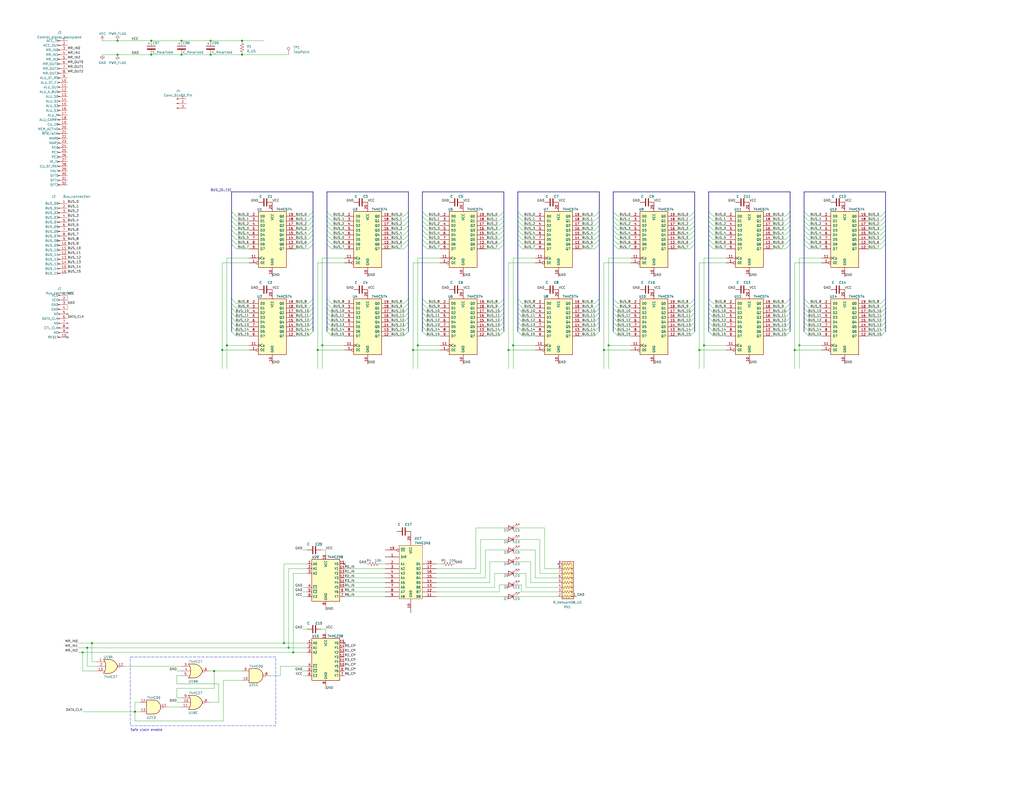
<source format=kicad_sch>
(kicad_sch (version 20230121) (generator eeschema)
  (paper "C")
  (junction (at 154.94 351.155))
  (junction (at 45.085 356.235))
  (junction (at 82.55 29.845))
  (junction (at 132.08 29.845))
  (junction (at 384.175 188.595))
  (junction (at 332.105 188.595))
  (junction (at 64.135 29.845))
  (junction (at 329.565 191.135))
  (junction (at 381.635 191.135))
  (junction (at 436.245 188.595))
  (junction (at 82.55 22.225))
  (junction (at 114.935 29.845))
  (junction (at 50.165 351.155))
  (junction (at 132.08 22.225))
  (junction (at 99.06 22.225))
  (junction (at 433.705 191.135))
  (junction (at 121.285 191.135))
  (junction (at 280.035 188.595))
  (junction (at 47.625 353.695))
  (junction (at 173.355 191.135))
  (junction (at 114.935 22.225))
  (junction (at 99.06 29.845))
  (junction (at 227.965 188.595))
  (junction (at 225.425 191.135))
  (junction (at 277.495 191.135))
  (junction (at 123.825 188.595))
  (junction (at 73.66 388.62))
  (junction (at 160.02 356.235))
  (junction (at 175.895 188.595))
  (junction (at 116.84 366.395))
  (junction (at 64.135 22.225))
  (junction (at 157.48 353.695))
  (no_connect (at 187.96 351.155))
  (no_connect (at 36.83 179.07))
  (no_connect (at 36.83 184.15))
  (no_connect (at 187.96 307.975))
  (no_connect (at 170.18 479.425))
  (no_connect (at 48.895 479.425))
  (no_connect (at 304.8 307.975))
  (bus_entry (at 233.045 183.515) (size -2.54 -2.54))
  (bus_entry (at 233.045 123.19) (size -2.54 -2.54))
  (bus_entry (at 220.345 135.89) (size 2.54 -2.54))
  (bus_entry (at 324.485 135.89) (size 2.54 -2.54))
  (bus_entry (at 285.115 133.35) (size -2.54 -2.54))
  (bus_entry (at 180.975 165.735) (size -2.54 -2.54))
  (bus_entry (at 285.115 170.815) (size -2.54 -2.54))
  (bus_entry (at 180.975 133.35) (size -2.54 -2.54))
  (bus_entry (at 441.325 165.735) (size -2.54 -2.54))
  (bus_entry (at 480.695 178.435) (size 2.54 -2.54))
  (bus_entry (at 324.485 133.35) (size 2.54 -2.54))
  (bus_entry (at 233.045 175.895) (size -2.54 -2.54))
  (bus_entry (at 337.185 180.975) (size -2.54 -2.54))
  (bus_entry (at 428.625 183.515) (size 2.54 -2.54))
  (bus_entry (at 168.275 168.275) (size 2.54 -2.54))
  (bus_entry (at 180.975 135.89) (size -2.54 -2.54))
  (bus_entry (at 285.115 173.355) (size -2.54 -2.54))
  (bus_entry (at 389.255 168.275) (size -2.54 -2.54))
  (bus_entry (at 168.275 135.89) (size 2.54 -2.54))
  (bus_entry (at 233.045 178.435) (size -2.54 -2.54))
  (bus_entry (at 272.415 178.435) (size 2.54 -2.54))
  (bus_entry (at 389.255 128.27) (size -2.54 -2.54))
  (bus_entry (at 285.115 183.515) (size -2.54 -2.54))
  (bus_entry (at 220.345 170.815) (size 2.54 -2.54))
  (bus_entry (at 441.325 135.89) (size -2.54 -2.54))
  (bus_entry (at 480.695 128.27) (size 2.54 -2.54))
  (bus_entry (at 168.275 130.81) (size 2.54 -2.54))
  (bus_entry (at 233.045 170.815) (size -2.54 -2.54))
  (bus_entry (at 389.255 130.81) (size -2.54 -2.54))
  (bus_entry (at 480.695 135.89) (size 2.54 -2.54))
  (bus_entry (at 272.415 130.81) (size 2.54 -2.54))
  (bus_entry (at 428.625 130.81) (size 2.54 -2.54))
  (bus_entry (at 428.625 175.895) (size 2.54 -2.54))
  (bus_entry (at 272.415 170.815) (size 2.54 -2.54))
  (bus_entry (at 168.275 178.435) (size 2.54 -2.54))
  (bus_entry (at 324.485 168.275) (size 2.54 -2.54))
  (bus_entry (at 480.695 123.19) (size 2.54 -2.54))
  (bus_entry (at 337.185 165.735) (size -2.54 -2.54))
  (bus_entry (at 168.275 133.35) (size 2.54 -2.54))
  (bus_entry (at 441.325 178.435) (size -2.54 -2.54))
  (bus_entry (at 168.275 165.735) (size 2.54 -2.54))
  (bus_entry (at 428.625 125.73) (size 2.54 -2.54))
  (bus_entry (at 376.555 173.355) (size 2.54 -2.54))
  (bus_entry (at 220.345 165.735) (size 2.54 -2.54))
  (bus_entry (at 389.255 165.735) (size -2.54 -2.54))
  (bus_entry (at 376.555 130.81) (size 2.54 -2.54))
  (bus_entry (at 324.485 125.73) (size 2.54 -2.54))
  (bus_entry (at 441.325 125.73) (size -2.54 -2.54))
  (bus_entry (at 233.045 173.355) (size -2.54 -2.54))
  (bus_entry (at 376.555 183.515) (size 2.54 -2.54))
  (bus_entry (at 285.115 130.81) (size -2.54 -2.54))
  (bus_entry (at 180.975 170.815) (size -2.54 -2.54))
  (bus_entry (at 376.555 180.975) (size 2.54 -2.54))
  (bus_entry (at 324.485 175.895) (size 2.54 -2.54))
  (bus_entry (at 441.325 133.35) (size -2.54 -2.54))
  (bus_entry (at 220.345 183.515) (size 2.54 -2.54))
  (bus_entry (at 272.415 183.515) (size 2.54 -2.54))
  (bus_entry (at 389.255 135.89) (size -2.54 -2.54))
  (bus_entry (at 480.695 170.815) (size 2.54 -2.54))
  (bus_entry (at 285.115 165.735) (size -2.54 -2.54))
  (bus_entry (at 389.255 118.11) (size -2.54 -2.54))
  (bus_entry (at 168.275 118.11) (size 2.54 -2.54))
  (bus_entry (at 376.555 178.435) (size 2.54 -2.54))
  (bus_entry (at 168.275 123.19) (size 2.54 -2.54))
  (bus_entry (at 285.115 180.975) (size -2.54 -2.54))
  (bus_entry (at 324.485 180.975) (size 2.54 -2.54))
  (bus_entry (at 180.975 180.975) (size -2.54 -2.54))
  (bus_entry (at 389.255 173.355) (size -2.54 -2.54))
  (bus_entry (at 376.555 128.27) (size 2.54 -2.54))
  (bus_entry (at 337.185 125.73) (size -2.54 -2.54))
  (bus_entry (at 441.325 123.19) (size -2.54 -2.54))
  (bus_entry (at 128.905 120.65) (size -2.54 -2.54))
  (bus_entry (at 480.695 173.355) (size 2.54 -2.54))
  (bus_entry (at 220.345 120.65) (size 2.54 -2.54))
  (bus_entry (at 168.275 170.815) (size 2.54 -2.54))
  (bus_entry (at 180.975 173.355) (size -2.54 -2.54))
  (bus_entry (at 168.275 125.73) (size 2.54 -2.54))
  (bus_entry (at 324.485 165.735) (size 2.54 -2.54))
  (bus_entry (at 337.185 183.515) (size -2.54 -2.54))
  (bus_entry (at 233.045 130.81) (size -2.54 -2.54))
  (bus_entry (at 441.325 120.65) (size -2.54 -2.54))
  (bus_entry (at 272.415 120.65) (size 2.54 -2.54))
  (bus_entry (at 233.045 168.275) (size -2.54 -2.54))
  (bus_entry (at 480.695 125.73) (size 2.54 -2.54))
  (bus_entry (at 272.415 133.35) (size 2.54 -2.54))
  (bus_entry (at 324.485 173.355) (size 2.54 -2.54))
  (bus_entry (at 180.975 130.81) (size -2.54 -2.54))
  (bus_entry (at 272.415 123.19) (size 2.54 -2.54))
  (bus_entry (at 441.325 130.81) (size -2.54 -2.54))
  (bus_entry (at 272.415 118.11) (size 2.54 -2.54))
  (bus_entry (at 128.905 183.515) (size -2.54 -2.54))
  (bus_entry (at 285.115 175.895) (size -2.54 -2.54))
  (bus_entry (at 324.485 128.27) (size 2.54 -2.54))
  (bus_entry (at 441.325 173.355) (size -2.54 -2.54))
  (bus_entry (at 428.625 135.89) (size 2.54 -2.54))
  (bus_entry (at 428.625 128.27) (size 2.54 -2.54))
  (bus_entry (at 220.345 175.895) (size 2.54 -2.54))
  (bus_entry (at 337.185 133.35) (size -2.54 -2.54))
  (bus_entry (at 128.905 173.355) (size -2.54 -2.54))
  (bus_entry (at 441.325 170.815) (size -2.54 -2.54))
  (bus_entry (at 168.275 128.27) (size 2.54 -2.54))
  (bus_entry (at 389.255 133.35) (size -2.54 -2.54))
  (bus_entry (at 285.115 118.11) (size -2.54 -2.54))
  (bus_entry (at 128.905 170.815) (size -2.54 -2.54))
  (bus_entry (at 337.185 170.815) (size -2.54 -2.54))
  (bus_entry (at 272.415 125.73) (size 2.54 -2.54))
  (bus_entry (at 337.185 135.89) (size -2.54 -2.54))
  (bus_entry (at 389.255 178.435) (size -2.54 -2.54))
  (bus_entry (at 220.345 130.81) (size 2.54 -2.54))
  (bus_entry (at 180.975 178.435) (size -2.54 -2.54))
  (bus_entry (at 324.485 183.515) (size 2.54 -2.54))
  (bus_entry (at 480.695 168.275) (size 2.54 -2.54))
  (bus_entry (at 285.115 168.275) (size -2.54 -2.54))
  (bus_entry (at 428.625 165.735) (size 2.54 -2.54))
  (bus_entry (at 480.695 183.515) (size 2.54 -2.54))
  (bus_entry (at 220.345 118.11) (size 2.54 -2.54))
  (bus_entry (at 180.975 175.895) (size -2.54 -2.54))
  (bus_entry (at 337.185 175.895) (size -2.54 -2.54))
  (bus_entry (at 220.345 123.19) (size 2.54 -2.54))
  (bus_entry (at 272.415 168.275) (size 2.54 -2.54))
  (bus_entry (at 220.345 173.355) (size 2.54 -2.54))
  (bus_entry (at 324.485 130.81) (size 2.54 -2.54))
  (bus_entry (at 272.415 128.27) (size 2.54 -2.54))
  (bus_entry (at 480.695 130.81) (size 2.54 -2.54))
  (bus_entry (at 480.695 120.65) (size 2.54 -2.54))
  (bus_entry (at 168.275 183.515) (size 2.54 -2.54))
  (bus_entry (at 337.185 118.11) (size -2.54 -2.54))
  (bus_entry (at 389.255 180.975) (size -2.54 -2.54))
  (bus_entry (at 272.415 173.355) (size 2.54 -2.54))
  (bus_entry (at 180.975 168.275) (size -2.54 -2.54))
  (bus_entry (at 233.045 180.975) (size -2.54 -2.54))
  (bus_entry (at 441.325 118.11) (size -2.54 -2.54))
  (bus_entry (at 128.905 133.35) (size -2.54 -2.54))
  (bus_entry (at 389.255 183.515) (size -2.54 -2.54))
  (bus_entry (at 168.275 173.355) (size 2.54 -2.54))
  (bus_entry (at 376.555 125.73) (size 2.54 -2.54))
  (bus_entry (at 128.905 118.11) (size -2.54 -2.54))
  (bus_entry (at 220.345 133.35) (size 2.54 -2.54))
  (bus_entry (at 128.905 135.89) (size -2.54 -2.54))
  (bus_entry (at 324.485 123.19) (size 2.54 -2.54))
  (bus_entry (at 337.185 123.19) (size -2.54 -2.54))
  (bus_entry (at 285.115 128.27) (size -2.54 -2.54))
  (bus_entry (at 285.115 125.73) (size -2.54 -2.54))
  (bus_entry (at 389.255 170.815) (size -2.54 -2.54))
  (bus_entry (at 337.185 178.435) (size -2.54 -2.54))
  (bus_entry (at 389.255 120.65) (size -2.54 -2.54))
  (bus_entry (at 220.345 168.275) (size 2.54 -2.54))
  (bus_entry (at 168.275 120.65) (size 2.54 -2.54))
  (bus_entry (at 285.115 120.65) (size -2.54 -2.54))
  (bus_entry (at 220.345 128.27) (size 2.54 -2.54))
  (bus_entry (at 233.045 135.89) (size -2.54 -2.54))
  (bus_entry (at 480.695 118.11) (size 2.54 -2.54))
  (bus_entry (at 128.905 175.895) (size -2.54 -2.54))
  (bus_entry (at 272.415 165.735) (size 2.54 -2.54))
  (bus_entry (at 285.115 135.89) (size -2.54 -2.54))
  (bus_entry (at 180.975 125.73) (size -2.54 -2.54))
  (bus_entry (at 441.325 175.895) (size -2.54 -2.54))
  (bus_entry (at 376.555 168.275) (size 2.54 -2.54))
  (bus_entry (at 480.695 175.895) (size 2.54 -2.54))
  (bus_entry (at 337.185 120.65) (size -2.54 -2.54))
  (bus_entry (at 428.625 178.435) (size 2.54 -2.54))
  (bus_entry (at 128.905 130.81) (size -2.54 -2.54))
  (bus_entry (at 180.975 123.19) (size -2.54 -2.54))
  (bus_entry (at 128.905 165.735) (size -2.54 -2.54))
  (bus_entry (at 428.625 173.355) (size 2.54 -2.54))
  (bus_entry (at 480.695 133.35) (size 2.54 -2.54))
  (bus_entry (at 428.625 133.35) (size 2.54 -2.54))
  (bus_entry (at 337.185 168.275) (size -2.54 -2.54))
  (bus_entry (at 220.345 125.73) (size 2.54 -2.54))
  (bus_entry (at 441.325 183.515) (size -2.54 -2.54))
  (bus_entry (at 168.275 175.895) (size 2.54 -2.54))
  (bus_entry (at 376.555 133.35) (size 2.54 -2.54))
  (bus_entry (at 376.555 170.815) (size 2.54 -2.54))
  (bus_entry (at 376.555 120.65) (size 2.54 -2.54))
  (bus_entry (at 480.695 165.735) (size 2.54 -2.54))
  (bus_entry (at 441.325 128.27) (size -2.54 -2.54))
  (bus_entry (at 180.975 183.515) (size -2.54 -2.54))
  (bus_entry (at 233.045 128.27) (size -2.54 -2.54))
  (bus_entry (at 324.485 120.65) (size 2.54 -2.54))
  (bus_entry (at 428.625 118.11) (size 2.54 -2.54))
  (bus_entry (at 285.115 123.19) (size -2.54 -2.54))
  (bus_entry (at 389.255 175.895) (size -2.54 -2.54))
  (bus_entry (at 180.975 128.27) (size -2.54 -2.54))
  (bus_entry (at 324.485 170.815) (size 2.54 -2.54))
  (bus_entry (at 128.905 168.275) (size -2.54 -2.54))
  (bus_entry (at 480.695 180.975) (size 2.54 -2.54))
  (bus_entry (at 389.255 125.73) (size -2.54 -2.54))
  (bus_entry (at 337.185 130.81) (size -2.54 -2.54))
  (bus_entry (at 441.325 180.975) (size -2.54 -2.54))
  (bus_entry (at 337.185 173.355) (size -2.54 -2.54))
  (bus_entry (at 337.185 128.27) (size -2.54 -2.54))
  (bus_entry (at 168.275 180.975) (size 2.54 -2.54))
  (bus_entry (at 272.415 135.89) (size 2.54 -2.54))
  (bus_entry (at 324.485 178.435) (size 2.54 -2.54))
  (bus_entry (at 272.415 180.975) (size 2.54 -2.54))
  (bus_entry (at 441.325 168.275) (size -2.54 -2.54))
  (bus_entry (at 220.345 178.435) (size 2.54 -2.54))
  (bus_entry (at 233.045 120.65) (size -2.54 -2.54))
  (bus_entry (at 272.415 175.895) (size 2.54 -2.54))
  (bus_entry (at 376.555 135.89) (size 2.54 -2.54))
  (bus_entry (at 233.045 165.735) (size -2.54 -2.54))
  (bus_entry (at 128.905 178.435) (size -2.54 -2.54))
  (bus_entry (at 428.625 123.19) (size 2.54 -2.54))
  (bus_entry (at 428.625 120.65) (size 2.54 -2.54))
  (bus_entry (at 128.905 123.19) (size -2.54 -2.54))
  (bus_entry (at 220.345 180.975) (size 2.54 -2.54))
  (bus_entry (at 376.555 175.895) (size 2.54 -2.54))
  (bus_entry (at 285.115 178.435) (size -2.54 -2.54))
  (bus_entry (at 128.905 128.27) (size -2.54 -2.54))
  (bus_entry (at 324.485 118.11) (size 2.54 -2.54))
  (bus_entry (at 233.045 118.11) (size -2.54 -2.54))
  (bus_entry (at 376.555 165.735) (size 2.54 -2.54))
  (bus_entry (at 376.555 118.11) (size 2.54 -2.54))
  (bus_entry (at 180.975 118.11) (size -2.54 -2.54))
  (bus_entry (at 389.255 123.19) (size -2.54 -2.54))
  (bus_entry (at 128.905 125.73) (size -2.54 -2.54))
  (bus_entry (at 428.625 180.975) (size 2.54 -2.54))
  (bus_entry (at 233.045 125.73) (size -2.54 -2.54))
  (bus_entry (at 428.625 168.275) (size 2.54 -2.54))
  (bus_entry (at 376.555 123.19) (size 2.54 -2.54))
  (bus_entry (at 428.625 170.815) (size 2.54 -2.54))
  (bus_entry (at 180.975 120.65) (size -2.54 -2.54))
  (bus_entry (at 233.045 133.35) (size -2.54 -2.54))
  (bus_entry (at 128.905 180.975) (size -2.54 -2.54))
  (bus (pts (xy 386.715 130.81) (xy 386.715 133.35)))
  (wire (pts (xy 165.1 343.535) (xy 167.64 343.535)))
  (bus (pts (xy 230.505 165.735) (xy 230.505 168.275)))
  (wire (pts (xy 292.1 128.27) (xy 285.115 128.27)))
  (bus (pts (xy 379.095 133.35) (xy 379.095 163.195)))
  (wire (pts (xy 285.115 168.275) (xy 292.1 168.275)))
  (wire (pts (xy 332.105 188.595) (xy 344.17 188.595)))
  (wire (pts (xy 396.24 135.89) (xy 389.255 135.89)))
  (wire (pts (xy 48.895 489.585) (xy 80.645 489.585)))
  (wire (pts (xy 135.89 125.73) (xy 128.905 125.73)))
  (wire (pts (xy 473.71 135.89) (xy 480.695 135.89)))
  (bus (pts (xy 170.815 118.11) (xy 170.815 120.65)))
  (wire (pts (xy 344.17 133.35) (xy 337.185 133.35)))
  (wire (pts (xy 421.64 168.275) (xy 428.625 168.275)))
  (wire (pts (xy 317.5 165.735) (xy 324.485 165.735)))
  (wire (pts (xy 180.975 168.275) (xy 187.96 168.275)))
  (wire (pts (xy 369.57 125.73) (xy 376.555 125.73)))
  (wire (pts (xy 82.55 22.225) (xy 99.06 22.225)))
  (bus (pts (xy 379.095 170.815) (xy 379.095 173.355)))
  (bus (pts (xy 431.165 175.895) (xy 431.165 178.435)))
  (wire (pts (xy 292.1 123.19) (xy 285.115 123.19)))
  (bus (pts (xy 170.815 125.73) (xy 170.815 128.27)))
  (wire (pts (xy 344.17 120.65) (xy 337.185 120.65)))
  (wire (pts (xy 137.16 484.505) (xy 142.24 484.505)))
  (wire (pts (xy 421.64 118.11) (xy 428.625 118.11)))
  (wire (pts (xy 52.705 361.315) (xy 50.165 361.315)))
  (wire (pts (xy 389.255 168.275) (xy 396.24 168.275)))
  (wire (pts (xy 180.975 173.355) (xy 187.96 173.355)))
  (bus (pts (xy 274.955 173.355) (xy 274.955 175.895)))
  (bus (pts (xy 379.095 168.275) (xy 379.095 170.815)))
  (wire (pts (xy 384.175 140.97) (xy 384.175 188.595)))
  (wire (pts (xy 433.705 191.135) (xy 433.705 201.295)))
  (wire (pts (xy 177.8 300.355) (xy 177.8 302.895)))
  (wire (pts (xy 317.5 128.27) (xy 324.485 128.27)))
  (wire (pts (xy 165.1 323.215) (xy 167.64 323.215)))
  (wire (pts (xy 161.29 178.435) (xy 168.275 178.435)))
  (bus (pts (xy 334.645 170.815) (xy 334.645 173.355)))
  (bus (pts (xy 178.435 125.73) (xy 178.435 128.27)))
  (wire (pts (xy 280.035 188.595) (xy 280.035 201.295)))
  (wire (pts (xy 265.43 120.65) (xy 272.415 120.65)))
  (wire (pts (xy 121.285 191.135) (xy 121.285 201.295)))
  (wire (pts (xy 142.24 478.155) (xy 134.62 478.155)))
  (wire (pts (xy 213.36 133.35) (xy 220.345 133.35)))
  (bus (pts (xy 222.885 133.35) (xy 222.885 163.195)))
  (wire (pts (xy 147.32 368.935) (xy 153.035 368.935)))
  (bus (pts (xy 327.025 178.435) (xy 327.025 180.975)))
  (wire (pts (xy 121.92 371.475) (xy 132.08 371.475)))
  (wire (pts (xy 337.185 178.435) (xy 344.17 178.435)))
  (wire (pts (xy 52.705 363.855) (xy 47.625 363.855)))
  (wire (pts (xy 473.71 180.975) (xy 480.695 180.975)))
  (wire (pts (xy 161.29 183.515) (xy 168.275 183.515)))
  (wire (pts (xy 344.17 123.19) (xy 337.185 123.19)))
  (bus (pts (xy 178.435 163.195) (xy 178.435 165.735)))
  (bus (pts (xy 282.575 163.195) (xy 282.575 165.735)))
  (wire (pts (xy 173.355 191.135) (xy 187.96 191.135)))
  (wire (pts (xy 180.34 497.205) (xy 182.88 497.205)))
  (wire (pts (xy 99.06 29.845) (xy 114.935 29.845)))
  (bus (pts (xy 334.645 115.57) (xy 334.645 118.11)))
  (wire (pts (xy 473.71 130.81) (xy 480.695 130.81)))
  (wire (pts (xy 94.615 506.095) (xy 94.615 508.635)))
  (wire (pts (xy 240.03 118.11) (xy 233.045 118.11)))
  (wire (pts (xy 187.96 313.055) (xy 210.185 313.055)))
  (bus (pts (xy 483.235 173.355) (xy 483.235 175.895)))
  (bus (pts (xy 170.815 173.355) (xy 170.815 175.895)))
  (wire (pts (xy 292.1 143.51) (xy 277.495 143.51)))
  (wire (pts (xy 153.035 363.855) (xy 167.64 363.855)))
  (wire (pts (xy 317.5 125.73) (xy 324.485 125.73)))
  (wire (pts (xy 233.045 180.975) (xy 240.03 180.975)))
  (bus (pts (xy 170.815 123.19) (xy 170.815 125.73)))
  (bus (pts (xy 431.165 128.27) (xy 431.165 130.81)))
  (wire (pts (xy 180.975 178.435) (xy 187.96 178.435)))
  (bus (pts (xy 170.815 120.65) (xy 170.815 123.19)))
  (wire (pts (xy 369.57 180.975) (xy 376.555 180.975)))
  (bus (pts (xy 126.365 175.895) (xy 126.365 178.435)))
  (bus (pts (xy 431.165 130.81) (xy 431.165 133.35)))
  (wire (pts (xy 156.845 489.585) (xy 170.18 489.585)))
  (wire (pts (xy 187.96 140.97) (xy 175.895 140.97)))
  (wire (pts (xy 473.71 173.355) (xy 480.695 173.355)))
  (wire (pts (xy 233.045 173.355) (xy 240.03 173.355)))
  (wire (pts (xy 381.635 191.135) (xy 381.635 201.295)))
  (wire (pts (xy 369.57 120.65) (xy 376.555 120.65)))
  (wire (pts (xy 161.29 120.65) (xy 168.275 120.65)))
  (wire (pts (xy 448.31 135.89) (xy 441.325 135.89)))
  (wire (pts (xy 265.43 168.275) (xy 272.415 168.275)))
  (wire (pts (xy 135.89 135.89) (xy 128.905 135.89)))
  (wire (pts (xy 128.905 173.355) (xy 135.89 173.355)))
  (wire (pts (xy 317.5 178.435) (xy 324.485 178.435)))
  (bus (pts (xy 386.715 104.775) (xy 431.165 104.775)))
  (bus (pts (xy 282.575 175.895) (xy 282.575 178.435)))
  (bus (pts (xy 438.785 170.815) (xy 438.785 173.355)))
  (wire (pts (xy 421.64 178.435) (xy 428.625 178.435)))
  (wire (pts (xy 161.29 118.11) (xy 168.275 118.11)))
  (wire (pts (xy 121.92 393.7) (xy 121.92 371.475)))
  (wire (pts (xy 274.955 294.64) (xy 262.255 294.64)))
  (bus (pts (xy 327.025 118.11) (xy 327.025 120.65)))
  (wire (pts (xy 149.86 478.155) (xy 156.845 478.155)))
  (wire (pts (xy 277.495 191.135) (xy 277.495 201.295)))
  (wire (pts (xy 154.305 484.505) (xy 154.305 492.125)))
  (bus (pts (xy 126.365 123.19) (xy 126.365 125.73)))
  (bus (pts (xy 379.095 130.81) (xy 379.095 133.35)))
  (wire (pts (xy 161.29 173.355) (xy 168.275 173.355)))
  (wire (pts (xy 240.03 125.73) (xy 233.045 125.73)))
  (wire (pts (xy 282.575 313.055) (xy 287.02 313.055)))
  (bus (pts (xy 178.435 165.735) (xy 178.435 168.275)))
  (bus (pts (xy 230.505 120.65) (xy 230.505 123.19)))
  (bus (pts (xy 379.095 123.19) (xy 379.095 125.73)))
  (wire (pts (xy 473.71 175.895) (xy 480.695 175.895)))
  (wire (pts (xy 187.96 320.675) (xy 210.185 320.675)))
  (bus (pts (xy 230.505 104.775) (xy 274.955 104.775)))
  (wire (pts (xy 82.55 29.845) (xy 99.06 29.845)))
  (wire (pts (xy 292.1 140.97) (xy 280.035 140.97)))
  (wire (pts (xy 389.255 173.355) (xy 396.24 173.355)))
  (wire (pts (xy 240.03 140.97) (xy 227.965 140.97)))
  (bus (pts (xy 222.885 130.81) (xy 222.885 133.35)))
  (bus (pts (xy 178.435 118.11) (xy 178.435 120.65)))
  (wire (pts (xy 369.57 128.27) (xy 376.555 128.27)))
  (wire (pts (xy 154.94 351.155) (xy 167.64 351.155)))
  (bus (pts (xy 334.645 125.73) (xy 334.645 128.27)))
  (bus (pts (xy 438.785 163.195) (xy 438.785 165.735)))
  (wire (pts (xy 240.03 123.19) (xy 233.045 123.19)))
  (wire (pts (xy 213.36 123.19) (xy 220.345 123.19)))
  (bus (pts (xy 274.955 128.27) (xy 274.955 130.81)))
  (bus (pts (xy 230.505 128.27) (xy 230.505 130.81)))
  (wire (pts (xy 285.115 175.895) (xy 292.1 175.895)))
  (bus (pts (xy 431.165 120.65) (xy 431.165 123.19)))
  (bus (pts (xy 438.785 115.57) (xy 438.785 118.11)))
  (wire (pts (xy 55.88 22.225) (xy 64.135 22.225)))
  (bus (pts (xy 178.435 128.27) (xy 178.435 130.81)))
  (bus (pts (xy 379.095 125.73) (xy 379.095 128.27)))
  (wire (pts (xy 389.255 183.515) (xy 396.24 183.515)))
  (bus (pts (xy 282.575 173.355) (xy 282.575 175.895)))
  (wire (pts (xy 396.24 143.51) (xy 381.635 143.51)))
  (wire (pts (xy 48.895 484.505) (xy 80.645 484.505)))
  (wire (pts (xy 304.8 313.055) (xy 294.64 313.055)))
  (bus (pts (xy 222.885 125.73) (xy 222.885 128.27)))
  (wire (pts (xy 114.935 29.845) (xy 132.08 29.845)))
  (wire (pts (xy 369.57 133.35) (xy 376.555 133.35)))
  (wire (pts (xy 396.24 125.73) (xy 389.255 125.73)))
  (bus (pts (xy 274.955 175.895) (xy 274.955 178.435)))
  (wire (pts (xy 149.86 471.805) (xy 159.385 471.805)))
  (wire (pts (xy 42.545 351.155) (xy 50.165 351.155)))
  (bus (pts (xy 222.885 115.57) (xy 222.885 118.11)))
  (bus (pts (xy 334.645 130.81) (xy 334.645 133.35)))
  (wire (pts (xy 48.895 492.125) (xy 80.645 492.125)))
  (wire (pts (xy 436.245 188.595) (xy 448.31 188.595)))
  (bus (pts (xy 178.435 133.35) (xy 178.435 163.195)))
  (bus (pts (xy 274.955 170.815) (xy 274.955 173.355)))
  (wire (pts (xy 132.08 471.805) (xy 142.24 471.805)))
  (wire (pts (xy 180.975 175.895) (xy 187.96 175.895)))
  (wire (pts (xy 317.5 120.65) (xy 324.485 120.65)))
  (bus (pts (xy 282.575 178.435) (xy 282.575 180.975)))
  (bus (pts (xy 126.365 133.35) (xy 126.365 163.195)))
  (wire (pts (xy 78.105 479.425) (xy 80.645 479.425)))
  (bus (pts (xy 178.435 170.815) (xy 178.435 173.355)))
  (wire (pts (xy 116.84 375.92) (xy 116.84 366.395)))
  (wire (pts (xy 149.86 466.09) (xy 161.925 466.09)))
  (wire (pts (xy 240.03 143.51) (xy 225.425 143.51)))
  (bus (pts (xy 379.095 118.11) (xy 379.095 120.65)))
  (wire (pts (xy 161.925 484.505) (xy 170.18 484.505)))
  (bus (pts (xy 438.785 173.355) (xy 438.785 175.895)))
  (wire (pts (xy 128.905 168.275) (xy 135.89 168.275)))
  (bus (pts (xy 438.785 178.435) (xy 438.785 180.975)))
  (wire (pts (xy 213.36 168.275) (xy 220.345 168.275)))
  (wire (pts (xy 225.425 143.51) (xy 225.425 191.135)))
  (bus (pts (xy 483.235 163.195) (xy 483.235 165.735)))
  (wire (pts (xy 448.31 143.51) (xy 433.705 143.51)))
  (wire (pts (xy 389.255 178.435) (xy 396.24 178.435)))
  (wire (pts (xy 161.29 168.275) (xy 168.275 168.275)))
  (wire (pts (xy 175.895 188.595) (xy 187.96 188.595)))
  (wire (pts (xy 265.43 133.35) (xy 272.415 133.35)))
  (wire (pts (xy 280.035 188.595) (xy 292.1 188.595)))
  (wire (pts (xy 441.325 175.895) (xy 448.31 175.895)))
  (wire (pts (xy 165.1 368.935) (xy 167.64 368.935)))
  (wire (pts (xy 153.035 368.935) (xy 153.035 363.855)))
  (wire (pts (xy 264.795 315.595) (xy 264.795 300.355)))
  (wire (pts (xy 96.52 381) (xy 96.52 375.92)))
  (wire (pts (xy 421.64 180.975) (xy 428.625 180.975)))
  (wire (pts (xy 154.94 307.975) (xy 154.94 351.155)))
  (wire (pts (xy 213.36 165.735) (xy 220.345 165.735)))
  (bus (pts (xy 126.365 125.73) (xy 126.365 128.27)))
  (wire (pts (xy 45.085 366.395) (xy 45.085 356.235)))
  (bus (pts (xy 274.955 165.735) (xy 274.955 168.275)))
  (wire (pts (xy 128.905 165.735) (xy 135.89 165.735)))
  (bus (pts (xy 178.435 115.57) (xy 178.435 104.775)))
  (wire (pts (xy 73.66 393.7) (xy 121.92 393.7)))
  (wire (pts (xy 142.24 490.855) (xy 139.7 490.855)))
  (wire (pts (xy 36.83 166.37) (xy 36.83 168.91)))
  (wire (pts (xy 421.64 170.815) (xy 428.625 170.815)))
  (bus (pts (xy 170.815 163.195) (xy 170.815 165.735)))
  (wire (pts (xy 337.185 180.975) (xy 344.17 180.975)))
  (bus (pts (xy 386.715 175.895) (xy 386.715 178.435)))
  (bus (pts (xy 386.715 163.195) (xy 386.715 165.735)))
  (wire (pts (xy 161.29 165.735) (xy 168.275 165.735)))
  (wire (pts (xy 233.045 183.515) (xy 240.03 183.515)))
  (wire (pts (xy 132.08 22.225) (xy 144.145 22.225)))
  (wire (pts (xy 114.3 383.54) (xy 119.38 383.54)))
  (wire (pts (xy 48.895 494.665) (xy 80.645 494.665)))
  (bus (pts (xy 327.025 104.775) (xy 327.025 115.57)))
  (bus (pts (xy 230.505 163.195) (xy 230.505 165.735)))
  (wire (pts (xy 135.89 133.35) (xy 128.905 133.35)))
  (wire (pts (xy 369.57 173.355) (xy 376.555 173.355)))
  (wire (pts (xy 240.03 120.65) (xy 233.045 120.65)))
  (bus (pts (xy 386.715 133.35) (xy 386.715 163.195)))
  (bus (pts (xy 483.235 178.435) (xy 483.235 180.975)))
  (wire (pts (xy 473.71 165.735) (xy 480.695 165.735)))
  (wire (pts (xy 317.5 123.19) (xy 324.485 123.19)))
  (wire (pts (xy 161.29 135.89) (xy 168.275 135.89)))
  (bus (pts (xy 431.165 104.775) (xy 431.165 115.57)))
  (wire (pts (xy 396.24 120.65) (xy 389.255 120.65)))
  (bus (pts (xy 282.575 165.735) (xy 282.575 168.275)))
  (wire (pts (xy 421.64 165.735) (xy 428.625 165.735)))
  (wire (pts (xy 161.29 123.19) (xy 168.275 123.19)))
  (wire (pts (xy 139.7 490.855) (xy 139.7 494.665)))
  (bus (pts (xy 327.025 125.73) (xy 327.025 128.27)))
  (wire (pts (xy 108.585 494.665) (xy 139.7 494.665)))
  (bus (pts (xy 379.095 165.735) (xy 379.095 168.275)))
  (wire (pts (xy 436.245 188.595) (xy 436.245 201.295)))
  (wire (pts (xy 36.195 471.805) (xy 36.195 469.265)))
  (wire (pts (xy 369.57 168.275) (xy 376.555 168.275)))
  (wire (pts (xy 473.71 133.35) (xy 480.695 133.35)))
  (bus (pts (xy 431.165 133.35) (xy 431.165 163.195)))
  (bus (pts (xy 126.365 165.735) (xy 126.365 168.275)))
  (wire (pts (xy 73.66 388.62) (xy 45.085 388.62)))
  (wire (pts (xy 272.415 319.405) (xy 272.415 323.215)))
  (bus (pts (xy 327.025 123.19) (xy 327.025 125.73)))
  (bus (pts (xy 386.715 115.57) (xy 386.715 104.775)))
  (bus (pts (xy 438.785 115.57) (xy 438.785 104.775)))
  (wire (pts (xy 317.5 130.81) (xy 324.485 130.81)))
  (wire (pts (xy 96.52 366.395) (xy 99.06 366.395)))
  (wire (pts (xy 134.62 489.585) (xy 108.585 489.585)))
  (wire (pts (xy 116.84 366.395) (xy 114.3 366.395)))
  (bus (pts (xy 274.955 118.11) (xy 274.955 120.65)))
  (wire (pts (xy 381.635 143.51) (xy 381.635 191.135)))
  (bus (pts (xy 126.365 118.11) (xy 126.365 120.65)))
  (bus (pts (xy 178.435 130.81) (xy 178.435 133.35)))
  (wire (pts (xy 277.495 191.135) (xy 292.1 191.135)))
  (wire (pts (xy 396.24 123.19) (xy 389.255 123.19)))
  (bus (pts (xy 230.505 125.73) (xy 230.505 128.27)))
  (wire (pts (xy 381.635 191.135) (xy 396.24 191.135)))
  (wire (pts (xy 369.57 165.735) (xy 376.555 165.735)))
  (bus (pts (xy 431.165 123.19) (xy 431.165 125.73)))
  (wire (pts (xy 285.115 180.975) (xy 292.1 180.975)))
  (wire (pts (xy 240.665 307.975) (xy 238.125 307.975)))
  (bus (pts (xy 379.095 115.57) (xy 379.095 118.11)))
  (wire (pts (xy 161.29 128.27) (xy 168.275 128.27)))
  (bus (pts (xy 230.505 178.435) (xy 230.505 180.975)))
  (wire (pts (xy 99.06 22.225) (xy 114.935 22.225)))
  (wire (pts (xy 265.43 118.11) (xy 272.415 118.11)))
  (bus (pts (xy 274.955 163.195) (xy 274.955 165.735)))
  (wire (pts (xy 187.96 315.595) (xy 210.185 315.595)))
  (wire (pts (xy 132.08 487.045) (xy 132.08 471.805)))
  (bus (pts (xy 282.575 125.73) (xy 282.575 128.27)))
  (wire (pts (xy 369.57 118.11) (xy 376.555 118.11)))
  (bus (pts (xy 222.885 178.435) (xy 222.885 180.975)))
  (wire (pts (xy 165.1 366.395) (xy 167.64 366.395)))
  (bus (pts (xy 483.235 115.57) (xy 483.235 118.11)))
  (bus (pts (xy 438.785 165.735) (xy 438.785 168.275)))
  (wire (pts (xy 233.045 168.275) (xy 240.03 168.275)))
  (bus (pts (xy 334.645 175.895) (xy 334.645 178.435)))
  (bus (pts (xy 334.645 173.355) (xy 334.645 175.895)))
  (wire (pts (xy 282.575 300.355) (xy 292.1 300.355)))
  (wire (pts (xy 436.245 140.97) (xy 436.245 188.595)))
  (wire (pts (xy 161.29 133.35) (xy 168.275 133.35)))
  (wire (pts (xy 240.03 135.89) (xy 233.045 135.89)))
  (wire (pts (xy 292.1 300.355) (xy 292.1 315.595)))
  (wire (pts (xy 213.36 178.435) (xy 220.345 178.435)))
  (wire (pts (xy 213.36 175.895) (xy 220.345 175.895)))
  (wire (pts (xy 108.585 481.965) (xy 127 481.965)))
  (bus (pts (xy 379.095 120.65) (xy 379.095 123.19)))
  (bus (pts (xy 438.785 118.11) (xy 438.785 120.65)))
  (wire (pts (xy 187.96 125.73) (xy 180.975 125.73)))
  (wire (pts (xy 265.43 165.735) (xy 272.415 165.735)))
  (wire (pts (xy 175.26 343.535) (xy 177.8 343.535)))
  (bus (pts (xy 274.955 130.81) (xy 274.955 133.35)))
  (wire (pts (xy 292.1 125.73) (xy 285.115 125.73)))
  (wire (pts (xy 421.64 123.19) (xy 428.625 123.19)))
  (wire (pts (xy 213.36 173.355) (xy 220.345 173.355)))
  (wire (pts (xy 396.24 130.81) (xy 389.255 130.81)))
  (wire (pts (xy 337.185 183.515) (xy 344.17 183.515)))
  (wire (pts (xy 317.5 180.975) (xy 324.485 180.975)))
  (bus (pts (xy 386.715 178.435) (xy 386.715 180.975)))
  (wire (pts (xy 99.06 381) (xy 96.52 381)))
  (wire (pts (xy 123.825 188.595) (xy 123.825 201.295)))
  (wire (pts (xy 265.43 173.355) (xy 272.415 173.355)))
  (wire (pts (xy 96.52 368.935) (xy 99.06 368.935)))
  (wire (pts (xy 213.36 180.975) (xy 220.345 180.975)))
  (wire (pts (xy 132.08 29.845) (xy 157.48 29.845)))
  (bus (pts (xy 327.025 130.81) (xy 327.025 133.35)))
  (wire (pts (xy 213.36 128.27) (xy 220.345 128.27)))
  (wire (pts (xy 287.02 313.055) (xy 287.02 320.675)))
  (bus (pts (xy 170.815 115.57) (xy 170.815 118.11)))
  (bus (pts (xy 230.505 115.57) (xy 230.505 118.11)))
  (wire (pts (xy 128.905 178.435) (xy 135.89 178.435)))
  (wire (pts (xy 227.965 188.595) (xy 227.965 201.295)))
  (bus (pts (xy 282.575 104.775) (xy 327.025 104.775)))
  (wire (pts (xy 337.185 165.735) (xy 344.17 165.735)))
  (wire (pts (xy 94.615 459.105) (xy 94.615 461.645)))
  (wire (pts (xy 127 459.74) (xy 142.24 459.74)))
  (wire (pts (xy 282.575 319.405) (xy 284.48 319.405)))
  (wire (pts (xy 128.905 175.895) (xy 135.89 175.895)))
  (wire (pts (xy 344.17 140.97) (xy 332.105 140.97)))
  (wire (pts (xy 441.325 168.275) (xy 448.31 168.275)))
  (wire (pts (xy 317.5 135.89) (xy 324.485 135.89)))
  (bus (pts (xy 126.365 115.57) (xy 126.365 104.775)))
  (wire (pts (xy 389.255 170.815) (xy 396.24 170.815)))
  (wire (pts (xy 441.325 173.355) (xy 448.31 173.355)))
  (wire (pts (xy 289.56 306.705) (xy 282.575 306.705)))
  (wire (pts (xy 259.715 288.29) (xy 274.955 288.29)))
  (bus (pts (xy 126.365 104.775) (xy 170.815 104.775)))
  (wire (pts (xy 48.895 497.205) (xy 80.645 497.205)))
  (bus (pts (xy 327.025 115.57) (xy 327.025 118.11)))
  (bus (pts (xy 438.785 123.19) (xy 438.785 125.73)))
  (bus (pts (xy 178.435 173.355) (xy 178.435 175.895)))
  (wire (pts (xy 128.905 170.815) (xy 135.89 170.815)))
  (wire (pts (xy 344.17 130.81) (xy 337.185 130.81)))
  (wire (pts (xy 123.825 140.97) (xy 123.825 188.595)))
  (bus (pts (xy 483.235 165.735) (xy 483.235 168.275)))
  (wire (pts (xy 108.585 497.205) (xy 142.24 497.205)))
  (wire (pts (xy 473.71 170.815) (xy 480.695 170.815)))
  (bus (pts (xy 438.785 133.35) (xy 438.785 163.195)))
  (wire (pts (xy 45.085 356.235) (xy 160.02 356.235)))
  (wire (pts (xy 173.355 191.135) (xy 173.355 201.295)))
  (bus (pts (xy 327.025 133.35) (xy 327.025 163.195)))
  (bus (pts (xy 379.095 104.775) (xy 379.095 115.57)))
  (wire (pts (xy 294.64 313.055) (xy 294.64 294.64)))
  (wire (pts (xy 149.86 497.205) (xy 170.18 497.205)))
  (bus (pts (xy 230.505 133.35) (xy 230.505 163.195)))
  (wire (pts (xy 421.64 130.81) (xy 428.625 130.81)))
  (bus (pts (xy 282.575 118.11) (xy 282.575 120.65)))
  (wire (pts (xy 292.1 135.89) (xy 285.115 135.89)))
  (wire (pts (xy 389.255 165.735) (xy 396.24 165.735)))
  (wire (pts (xy 73.66 383.54) (xy 76.2 383.54)))
  (wire (pts (xy 369.57 135.89) (xy 376.555 135.89)))
  (bus (pts (xy 438.785 125.73) (xy 438.785 128.27)))
  (wire (pts (xy 294.64 294.64) (xy 282.575 294.64)))
  (wire (pts (xy 369.57 123.19) (xy 376.555 123.19)))
  (wire (pts (xy 284.48 319.405) (xy 284.48 323.215)))
  (bus (pts (xy 334.645 178.435) (xy 334.645 180.975)))
  (wire (pts (xy 67.945 363.855) (xy 99.06 363.855)))
  (bus (pts (xy 483.235 118.11) (xy 483.235 120.65)))
  (wire (pts (xy 267.335 306.705) (xy 267.335 318.135)))
  (wire (pts (xy 213.36 130.81) (xy 220.345 130.81)))
  (wire (pts (xy 329.565 191.135) (xy 329.565 201.295)))
  (wire (pts (xy 277.495 143.51) (xy 277.495 191.135)))
  (bus (pts (xy 327.025 163.195) (xy 327.025 165.735)))
  (wire (pts (xy 337.185 175.895) (xy 344.17 175.895)))
  (wire (pts (xy 240.03 130.81) (xy 233.045 130.81)))
  (wire (pts (xy 265.43 175.895) (xy 272.415 175.895)))
  (wire (pts (xy 48.895 487.045) (xy 80.645 487.045)))
  (wire (pts (xy 317.5 118.11) (xy 324.485 118.11)))
  (bus (pts (xy 431.165 170.815) (xy 431.165 173.355)))
  (bus (pts (xy 170.815 133.35) (xy 170.815 163.195)))
  (bus (pts (xy 327.025 120.65) (xy 327.025 123.19)))
  (bus (pts (xy 230.505 123.19) (xy 230.505 125.73)))
  (bus (pts (xy 483.235 120.65) (xy 483.235 123.19)))
  (wire (pts (xy 337.185 170.815) (xy 344.17 170.815)))
  (wire (pts (xy 441.325 165.735) (xy 448.31 165.735)))
  (wire (pts (xy 433.705 191.135) (xy 448.31 191.135)))
  (wire (pts (xy 274.955 319.405) (xy 272.415 319.405)))
  (wire (pts (xy 167.64 313.055) (xy 160.02 313.055)))
  (bus (pts (xy 126.365 128.27) (xy 126.365 130.81)))
  (bus (pts (xy 438.785 130.81) (xy 438.785 133.35)))
  (wire (pts (xy 421.64 173.355) (xy 428.625 173.355)))
  (wire (pts (xy 473.71 178.435) (xy 480.695 178.435)))
  (bus (pts (xy 386.715 173.355) (xy 386.715 175.895)))
  (bus (pts (xy 282.575 128.27) (xy 282.575 130.81)))
  (wire (pts (xy 289.56 318.135) (xy 289.56 306.705)))
  (bus (pts (xy 222.885 118.11) (xy 222.885 120.65)))
  (wire (pts (xy 164.465 459.74) (xy 164.465 481.965)))
  (wire (pts (xy 135.89 128.27) (xy 128.905 128.27)))
  (wire (pts (xy 207.645 307.975) (xy 210.185 307.975)))
  (wire (pts (xy 36.195 469.265) (xy 33.655 469.265)))
  (wire (pts (xy 187.96 318.135) (xy 210.185 318.135)))
  (wire (pts (xy 238.125 310.515) (xy 259.715 310.515)))
  (wire (pts (xy 240.03 128.27) (xy 233.045 128.27)))
  (wire (pts (xy 180.975 180.975) (xy 187.96 180.975)))
  (wire (pts (xy 441.325 183.515) (xy 448.31 183.515)))
  (wire (pts (xy 282.575 288.29) (xy 297.18 288.29)))
  (bus (pts (xy 334.645 133.35) (xy 334.645 163.195)))
  (wire (pts (xy 127 481.965) (xy 127 459.74)))
  (bus (pts (xy 327.025 128.27) (xy 327.025 130.81)))
  (wire (pts (xy 344.17 128.27) (xy 337.185 128.27)))
  (wire (pts (xy 213.36 183.515) (xy 220.345 183.515)))
  (wire (pts (xy 448.31 120.65) (xy 441.325 120.65)))
  (bus (pts (xy 431.165 115.57) (xy 431.165 118.11)))
  (wire (pts (xy 73.66 388.62) (xy 73.66 393.7)))
  (wire (pts (xy 81.915 459.105) (xy 84.455 459.105)))
  (wire (pts (xy 421.64 135.89) (xy 428.625 135.89)))
  (wire (pts (xy 213.36 118.11) (xy 220.345 118.11)))
  (bus (pts (xy 483.235 133.35) (xy 483.235 163.195)))
  (wire (pts (xy 317.5 173.355) (xy 324.485 173.355)))
  (wire (pts (xy 149.86 490.855) (xy 151.765 490.855)))
  (wire (pts (xy 433.705 143.51) (xy 433.705 191.135)))
  (wire (pts (xy 73.66 388.62) (xy 73.66 383.54)))
  (wire (pts (xy 332.105 188.595) (xy 332.105 201.295)))
  (wire (pts (xy 187.96 118.11) (xy 180.975 118.11)))
  (wire (pts (xy 265.43 135.89) (xy 272.415 135.89)))
  (bus (pts (xy 170.815 130.81) (xy 170.815 133.35)))
  (wire (pts (xy 134.62 478.155) (xy 134.62 489.585)))
  (bus (pts (xy 178.435 115.57) (xy 178.435 118.11)))
  (wire (pts (xy 473.71 128.27) (xy 480.695 128.27)))
  (bus (pts (xy 334.645 104.775) (xy 379.095 104.775)))
  (bus (pts (xy 334.645 118.11) (xy 334.645 120.65)))
  (wire (pts (xy 265.43 125.73) (xy 272.415 125.73)))
  (wire (pts (xy 344.17 135.89) (xy 337.185 135.89)))
  (bus (pts (xy 170.815 175.895) (xy 170.815 178.435)))
  (wire (pts (xy 157.48 310.515) (xy 157.48 353.695)))
  (wire (pts (xy 269.875 313.055) (xy 274.955 313.055)))
  (wire (pts (xy 272.415 323.215) (xy 238.125 323.215)))
  (wire (pts (xy 187.96 310.515) (xy 210.185 310.515)))
  (wire (pts (xy 448.31 128.27) (xy 441.325 128.27)))
  (wire (pts (xy 284.48 323.215) (xy 304.8 323.215)))
  (bus (pts (xy 170.815 170.815) (xy 170.815 173.355)))
  (wire (pts (xy 292.1 130.81) (xy 285.115 130.81)))
  (bus (pts (xy 274.955 125.73) (xy 274.955 128.27)))
  (bus (pts (xy 438.785 168.275) (xy 438.785 170.815)))
  (bus (pts (xy 379.095 175.895) (xy 379.095 178.435)))
  (bus (pts (xy 126.365 170.815) (xy 126.365 173.355)))
  (wire (pts (xy 344.17 125.73) (xy 337.185 125.73)))
  (bus (pts (xy 386.715 123.19) (xy 386.715 125.73)))
  (wire (pts (xy 265.43 180.975) (xy 272.415 180.975)))
  (wire (pts (xy 280.035 140.97) (xy 280.035 188.595)))
  (wire (pts (xy 233.045 178.435) (xy 240.03 178.435)))
  (wire (pts (xy 121.285 191.135) (xy 135.89 191.135)))
  (bus (pts (xy 431.165 168.275) (xy 431.165 170.815)))
  (wire (pts (xy 187.96 135.89) (xy 180.975 135.89)))
  (wire (pts (xy 213.36 125.73) (xy 220.345 125.73)))
  (wire (pts (xy 238.125 325.755) (xy 274.955 325.755)))
  (wire (pts (xy 317.5 168.275) (xy 324.485 168.275)))
  (wire (pts (xy 213.36 120.65) (xy 220.345 120.65)))
  (bus (pts (xy 274.955 168.275) (xy 274.955 170.815)))
  (wire (pts (xy 157.48 353.695) (xy 167.64 353.695)))
  (wire (pts (xy 119.38 373.38) (xy 96.52 373.38)))
  (wire (pts (xy 151.765 490.855) (xy 151.765 494.665)))
  (bus (pts (xy 431.165 163.195) (xy 431.165 165.735)))
  (wire (pts (xy 421.64 175.895) (xy 428.625 175.895)))
  (wire (pts (xy 55.88 29.845) (xy 64.135 29.845)))
  (bus (pts (xy 483.235 125.73) (xy 483.235 128.27)))
  (wire (pts (xy 165.1 300.355) (xy 167.64 300.355)))
  (wire (pts (xy 233.045 170.815) (xy 240.03 170.815)))
  (bus (pts (xy 274.955 120.65) (xy 274.955 123.19)))
  (wire (pts (xy 292.1 120.65) (xy 285.115 120.65)))
  (wire (pts (xy 421.64 120.65) (xy 428.625 120.65)))
  (bus (pts (xy 274.955 115.57) (xy 274.955 118.11)))
  (wire (pts (xy 180.975 170.815) (xy 187.96 170.815)))
  (wire (pts (xy 213.36 135.89) (xy 220.345 135.89)))
  (wire (pts (xy 441.325 170.815) (xy 448.31 170.815)))
  (bus (pts (xy 274.955 123.19) (xy 274.955 125.73)))
  (wire (pts (xy 23.495 469.265) (xy 26.035 469.265)))
  (wire (pts (xy 47.625 363.855) (xy 47.625 353.695)))
  (bus (pts (xy 222.885 163.195) (xy 222.885 165.735)))
  (bus (pts (xy 170.815 104.775) (xy 170.815 115.57)))
  (wire (pts (xy 187.96 143.51) (xy 173.355 143.51)))
  (wire (pts (xy 177.8 374.015) (xy 177.8 376.555)))
  (wire (pts (xy 304.8 318.135) (xy 289.56 318.135)))
  (wire (pts (xy 116.84 366.395) (xy 132.08 366.395)))
  (bus (pts (xy 126.365 168.275) (xy 126.365 170.815)))
  (wire (pts (xy 384.175 188.595) (xy 396.24 188.595)))
  (bus (pts (xy 334.645 115.57) (xy 334.645 104.775)))
  (wire (pts (xy 135.89 130.81) (xy 128.905 130.81)))
  (wire (pts (xy 161.29 125.73) (xy 168.275 125.73)))
  (wire (pts (xy 129.54 484.505) (xy 108.585 484.505)))
  (wire (pts (xy 108.585 487.045) (xy 132.08 487.045)))
  (bus (pts (xy 178.435 178.435) (xy 178.435 180.975)))
  (wire (pts (xy 369.57 175.895) (xy 376.555 175.895)))
  (bus (pts (xy 438.785 175.895) (xy 438.785 178.435)))
  (bus (pts (xy 230.505 173.355) (xy 230.505 175.895)))
  (bus (pts (xy 178.435 120.65) (xy 178.435 123.19)))
  (wire (pts (xy 285.115 178.435) (xy 292.1 178.435)))
  (bus (pts (xy 126.365 173.355) (xy 126.365 175.895)))
  (wire (pts (xy 292.1 133.35) (xy 285.115 133.35)))
  (bus (pts (xy 282.575 115.57) (xy 282.575 118.11)))
  (wire (pts (xy 187.96 133.35) (xy 180.975 133.35)))
  (wire (pts (xy 332.105 140.97) (xy 332.105 188.595)))
  (bus (pts (xy 327.025 173.355) (xy 327.025 175.895)))
  (wire (pts (xy 121.285 143.51) (xy 121.285 191.135)))
  (wire (pts (xy 64.135 29.845) (xy 82.55 29.845)))
  (bus (pts (xy 431.165 173.355) (xy 431.165 175.895)))
  (wire (pts (xy 156.845 478.155) (xy 156.845 489.585)))
  (wire (pts (xy 285.115 165.735) (xy 292.1 165.735)))
  (wire (pts (xy 96.52 373.38) (xy 96.52 368.935)))
  (bus (pts (xy 334.645 165.735) (xy 334.645 168.275)))
  (wire (pts (xy 317.5 175.895) (xy 324.485 175.895)))
  (bus (pts (xy 126.365 178.435) (xy 126.365 180.975)))
  (bus (pts (xy 282.575 133.35) (xy 282.575 163.195)))
  (bus (pts (xy 230.505 170.815) (xy 230.505 173.355)))
  (bus (pts (xy 327.025 170.815) (xy 327.025 173.355)))
  (wire (pts (xy 42.545 356.235) (xy 45.085 356.235)))
  (wire (pts (xy 175.26 300.355) (xy 177.8 300.355)))
  (bus (pts (xy 431.165 118.11) (xy 431.165 120.65)))
  (wire (pts (xy 396.24 140.97) (xy 384.175 140.97)))
  (wire (pts (xy 91.44 386.08) (xy 99.06 386.08)))
  (bus (pts (xy 483.235 123.19) (xy 483.235 125.73)))
  (wire (pts (xy 448.31 118.11) (xy 441.325 118.11)))
  (wire (pts (xy 448.31 140.97) (xy 436.245 140.97)))
  (wire (pts (xy 448.31 130.81) (xy 441.325 130.81)))
  (wire (pts (xy 369.57 130.81) (xy 376.555 130.81)))
  (wire (pts (xy 269.875 320.675) (xy 269.875 313.055)))
  (wire (pts (xy 167.64 307.975) (xy 154.94 307.975)))
  (wire (pts (xy 225.425 191.135) (xy 240.03 191.135)))
  (bus (pts (xy 170.815 128.27) (xy 170.815 130.81)))
  (wire (pts (xy 262.255 294.64) (xy 262.255 313.055)))
  (wire (pts (xy 369.57 170.815) (xy 376.555 170.815)))
  (bus (pts (xy 230.505 130.81) (xy 230.505 133.35)))
  (wire (pts (xy 159.385 471.805) (xy 159.385 487.045)))
  (wire (pts (xy 129.54 466.09) (xy 129.54 484.505)))
  (wire (pts (xy 384.175 188.595) (xy 384.175 201.295)))
  (bus (pts (xy 126.365 115.57) (xy 126.365 118.11)))
  (wire (pts (xy 52.705 366.395) (xy 45.085 366.395)))
  (wire (pts (xy 344.17 118.11) (xy 337.185 118.11)))
  (wire (pts (xy 160.02 313.055) (xy 160.02 356.235)))
  (bus (pts (xy 282.575 130.81) (xy 282.575 133.35)))
  (bus (pts (xy 222.885 168.275) (xy 222.885 170.815)))
  (wire (pts (xy 396.24 133.35) (xy 389.255 133.35)))
  (wire (pts (xy 317.5 183.515) (xy 324.485 183.515)))
  (bus (pts (xy 327.025 165.735) (xy 327.025 168.275)))
  (wire (pts (xy 96.52 375.92) (xy 116.84 375.92)))
  (bus (pts (xy 282.575 168.275) (xy 282.575 170.815)))
  (wire (pts (xy 473.71 123.19) (xy 480.695 123.19)))
  (wire (pts (xy 154.305 492.125) (xy 170.18 492.125)))
  (bus (pts (xy 483.235 130.81) (xy 483.235 133.35)))
  (wire (pts (xy 161.29 175.895) (xy 168.275 175.895)))
  (wire (pts (xy 119.38 383.54) (xy 119.38 373.38)))
  (wire (pts (xy 441.325 178.435) (xy 448.31 178.435)))
  (wire (pts (xy 123.825 188.595) (xy 135.89 188.595)))
  (wire (pts (xy 42.545 353.695) (xy 47.625 353.695)))
  (wire (pts (xy 473.71 125.73) (xy 480.695 125.73)))
  (wire (pts (xy 285.115 170.815) (xy 292.1 170.815)))
  (wire (pts (xy 225.425 191.135) (xy 225.425 201.295)))
  (bus (pts (xy 274.955 133.35) (xy 274.955 163.195)))
  (wire (pts (xy 187.96 323.215) (xy 210.185 323.215)))
  (bus (pts (xy 334.645 168.275) (xy 334.645 170.815)))
  (wire (pts (xy 238.125 320.675) (xy 269.875 320.675)))
  (wire (pts (xy 137.16 492.125) (xy 137.16 484.505)))
  (wire (pts (xy 135.89 123.19) (xy 128.905 123.19)))
  (wire (pts (xy 175.895 140.97) (xy 175.895 188.595)))
  (wire (pts (xy 265.43 123.19) (xy 272.415 123.19)))
  (bus (pts (xy 483.235 104.775) (xy 483.235 115.57)))
  (bus (pts (xy 334.645 120.65) (xy 334.645 123.19)))
  (wire (pts (xy 285.115 183.515) (xy 292.1 183.515)))
  (wire (pts (xy 396.24 128.27) (xy 389.255 128.27)))
  (bus (pts (xy 438.785 120.65) (xy 438.785 123.19)))
  (wire (pts (xy 262.255 313.055) (xy 238.125 313.055)))
  (wire (pts (xy 111.125 479.425) (xy 108.585 479.425)))
  (bus (pts (xy 170.815 178.435) (xy 170.815 180.975)))
  (wire (pts (xy 159.385 487.045) (xy 170.18 487.045)))
  (wire (pts (xy 187.96 120.65) (xy 180.975 120.65)))
  (wire (pts (xy 177.8 330.835) (xy 177.8 333.375)))
  (bus (pts (xy 274.955 178.435) (xy 274.955 180.975)))
  (wire (pts (xy 180.975 165.735) (xy 187.96 165.735)))
  (bus (pts (xy 222.885 128.27) (xy 222.885 130.81)))
  (bus (pts (xy 230.505 168.275) (xy 230.505 170.815)))
  (wire (pts (xy 108.585 492.125) (xy 137.16 492.125)))
  (wire (pts (xy 233.045 175.895) (xy 240.03 175.895)))
  (wire (pts (xy 441.325 180.975) (xy 448.31 180.975)))
  (bus (pts (xy 178.435 104.775) (xy 222.885 104.775)))
  (wire (pts (xy 274.955 306.705) (xy 267.335 306.705)))
  (bus (pts (xy 431.165 178.435) (xy 431.165 180.975)))
  (wire (pts (xy 142.24 466.09) (xy 129.54 466.09)))
  (bus (pts (xy 230.505 115.57) (xy 230.505 104.775)))
  (bus (pts (xy 386.715 165.735) (xy 386.715 168.275)))
  (wire (pts (xy 164.465 481.965) (xy 170.18 481.965)))
  (bus (pts (xy 386.715 128.27) (xy 386.715 130.81)))
  (wire (pts (xy 421.64 125.73) (xy 428.625 125.73)))
  (bus (pts (xy 178.435 168.275) (xy 178.435 170.815)))
  (wire (pts (xy 96.52 383.54) (xy 99.06 383.54)))
  (wire (pts (xy 165.1 325.755) (xy 167.64 325.755)))
  (wire (pts (xy 36.195 504.825) (xy 36.195 507.365)))
  (wire (pts (xy 267.335 318.135) (xy 238.125 318.135)))
  (wire (pts (xy 344.17 143.51) (xy 329.565 143.51)))
  (wire (pts (xy 265.43 130.81) (xy 272.415 130.81)))
  (wire (pts (xy 149.86 484.505) (xy 154.305 484.505)))
  (wire (pts (xy 238.125 315.595) (xy 264.795 315.595)))
  (wire (pts (xy 264.795 300.355) (xy 274.955 300.355)))
  (wire (pts (xy 161.29 180.975) (xy 168.275 180.975)))
  (wire (pts (xy 187.96 130.81) (xy 180.975 130.81)))
  (bus (pts (xy 431.165 165.735) (xy 431.165 168.275)))
  (bus (pts (xy 483.235 175.895) (xy 483.235 178.435)))
  (wire (pts (xy 297.18 310.515) (xy 304.8 310.515)))
  (bus (pts (xy 386.715 125.73) (xy 386.715 128.27)))
  (bus (pts (xy 222.885 120.65) (xy 222.885 123.19)))
  (wire (pts (xy 128.905 180.975) (xy 135.89 180.975)))
  (wire (pts (xy 161.925 466.09) (xy 161.925 484.505)))
  (wire (pts (xy 287.02 320.675) (xy 304.8 320.675)))
  (bus (pts (xy 483.235 170.815) (xy 483.235 173.355)))
  (wire (pts (xy 36.83 161.29) (xy 36.83 163.83)))
  (wire (pts (xy 180.975 183.515) (xy 187.96 183.515)))
  (bus (pts (xy 126.365 163.195) (xy 126.365 165.735)))
  (wire (pts (xy 175.895 188.595) (xy 175.895 201.295)))
  (wire (pts (xy 227.965 140.97) (xy 227.965 188.595)))
  (bus (pts (xy 222.885 104.775) (xy 222.885 115.57)))
  (bus (pts (xy 222.885 123.19) (xy 222.885 125.73)))
  (bus (pts (xy 379.095 178.435) (xy 379.095 180.975)))
  (wire (pts (xy 265.43 178.435) (xy 272.415 178.435)))
  (bus (pts (xy 178.435 123.19) (xy 178.435 125.73)))
  (bus (pts (xy 334.645 163.195) (xy 334.645 165.735)))
  (wire (pts (xy 473.71 120.65) (xy 480.695 120.65)))
  (bus (pts (xy 282.575 170.815) (xy 282.575 173.355)))
  (wire (pts (xy 135.89 140.97) (xy 123.825 140.97)))
  (bus (pts (xy 431.165 125.73) (xy 431.165 128.27)))
  (wire (pts (xy 317.5 133.35) (xy 324.485 133.35)))
  (bus (pts (xy 379.095 163.195) (xy 379.095 165.735)))
  (bus (pts (xy 334.645 128.27) (xy 334.645 130.81)))
  (wire (pts (xy 173.355 143.51) (xy 173.355 191.135)))
  (wire (pts (xy 473.71 118.11) (xy 480.695 118.11)))
  (wire (pts (xy 187.96 123.19) (xy 180.975 123.19)))
  (bus (pts (xy 386.715 120.65) (xy 386.715 123.19)))
  (wire (pts (xy 448.31 125.73) (xy 441.325 125.73)))
  (bus (pts (xy 327.025 168.275) (xy 327.025 170.815)))
  (wire (pts (xy 389.255 180.975) (xy 396.24 180.975)))
  (wire (pts (xy 128.905 183.515) (xy 135.89 183.515)))
  (bus (pts (xy 170.815 168.275) (xy 170.815 170.815)))
  (wire (pts (xy 265.43 170.815) (xy 272.415 170.815)))
  (wire (pts (xy 421.64 133.35) (xy 428.625 133.35)))
  (wire (pts (xy 389.255 175.895) (xy 396.24 175.895)))
  (wire (pts (xy 396.24 118.11) (xy 389.255 118.11)))
  (bus (pts (xy 230.505 118.11) (xy 230.505 120.65)))
  (bus (pts (xy 386.715 168.275) (xy 386.715 170.815)))
  (bus (pts (xy 282.575 115.57) (xy 282.575 104.775)))
  (wire (pts (xy 161.29 130.81) (xy 168.275 130.81)))
  (bus (pts (xy 483.235 128.27) (xy 483.235 130.81)))
  (wire (pts (xy 233.045 165.735) (xy 240.03 165.735)))
  (bus (pts (xy 282.575 120.65) (xy 282.575 123.19)))
  (bus (pts (xy 230.505 175.895) (xy 230.505 178.435)))
  (wire (pts (xy 337.185 168.275) (xy 344.17 168.275)))
  (bus (pts (xy 379.095 128.27) (xy 379.095 130.81)))
  (bus (pts (xy 379.095 173.355) (xy 379.095 175.895)))
  (bus (pts (xy 222.885 173.355) (xy 222.885 175.895)))
  (bus (pts (xy 438.785 104.775) (xy 483.235 104.775)))
  (bus (pts (xy 334.645 123.19) (xy 334.645 125.73)))
  (wire (pts (xy 265.43 183.515) (xy 272.415 183.515)))
  (wire (pts (xy 448.31 123.19) (xy 441.325 123.19)))
  (bus (pts (xy 282.575 123.19) (xy 282.575 125.73)))
  (wire (pts (xy 265.43 128.27) (xy 272.415 128.27)))
  (wire (pts (xy 292.1 315.595) (xy 304.8 315.595)))
  (bus (pts (xy 126.365 120.65) (xy 126.365 123.19)))
  (wire (pts (xy 135.89 118.11) (xy 128.905 118.11)))
  (wire (pts (xy 227.965 188.595) (xy 240.03 188.595)))
  (bus (pts (xy 386.715 170.815) (xy 386.715 173.355)))
  (bus (pts (xy 222.885 175.895) (xy 222.885 178.435)))
  (wire (pts (xy 167.64 310.515) (xy 157.48 310.515)))
  (bus (pts (xy 438.785 128.27) (xy 438.785 130.81)))
  (wire (pts (xy 160.02 356.235) (xy 167.64 356.235)))
  (bus (pts (xy 222.885 170.815) (xy 222.885 173.355)))
  (wire (pts (xy 177.8 343.535) (xy 177.8 346.075)))
  (wire (pts (xy 161.29 170.815) (xy 168.275 170.815)))
  (wire (pts (xy 135.89 143.51) (xy 121.285 143.51)))
  (bus (pts (xy 483.235 168.275) (xy 483.235 170.815)))
  (wire (pts (xy 151.765 494.665) (xy 170.18 494.665)))
  (bus (pts (xy 274.955 104.775) (xy 274.955 115.57)))
  (wire (pts (xy 114.935 22.225) (xy 132.08 22.225)))
  (wire (pts (xy 297.18 288.29) (xy 297.18 310.515)))
  (wire (pts (xy 50.165 351.155) (xy 154.94 351.155)))
  (bus (pts (xy 126.365 130.81) (xy 126.365 133.35)))
  (wire (pts (xy 165.1 320.675) (xy 167.64 320.675)))
  (wire (pts (xy 421.64 183.515) (xy 428.625 183.515)))
  (wire (pts (xy 329.565 191.135) (xy 344.17 191.135)))
  (wire (pts (xy 421.64 128.27) (xy 428.625 128.27)))
  (wire (pts (xy 135.89 120.65) (xy 128.905 120.65)))
  (wire (pts (xy 64.135 22.225) (xy 82.55 22.225)))
  (bus (pts (xy 386.715 115.57) (xy 386.715 118.11)))
  (wire (pts (xy 369.57 183.515) (xy 376.555 183.515)))
  (wire (pts (xy 187.96 128.27) (xy 180.975 128.27)))
  (wire (pts (xy 473.71 168.275) (xy 480.695 168.275)))
  (wire (pts (xy 473.71 183.515) (xy 480.695 183.515)))
  (wire (pts (xy 92.075 459.105) (xy 94.615 459.105)))
  (wire (pts (xy 76.2 388.62) (xy 73.66 388.62)))
  (wire (pts (xy 187.96 325.755) (xy 210.185 325.755)))
  (wire (pts (xy 292.1 118.11) (xy 285.115 118.11)))
  (wire (pts (xy 369.57 178.435) (xy 376.555 178.435)))
  (wire (pts (xy 317.5 170.815) (xy 324.485 170.815)))
  (wire (pts (xy 149.86 459.74) (xy 164.465 459.74)))
  (wire (pts (xy 50.165 351.155) (xy 50.165 361.315)))
  (wire (pts (xy 259.715 310.515) (xy 259.715 288.29)))
  (wire (pts (xy 240.03 133.35) (xy 233.045 133.35)))
  (bus (pts (xy 327.025 175.895) (xy 327.025 178.435)))
  (bus (pts (xy 222.885 165.735) (xy 222.885 168.275)))
  (wire (pts (xy 448.31 133.35) (xy 441.325 133.35)))
  (wire (pts (xy 213.36 170.815) (xy 220.345 170.815)))
  (bus (pts (xy 178.435 175.895) (xy 178.435 178.435)))
  (wire (pts (xy 337.185 173.355) (xy 344.17 173.355)))
  (wire (pts (xy 285.115 173.355) (xy 292.1 173.355)))
  (wire (pts (xy 47.625 353.695) (xy 157.48 353.695)))
  (bus (pts (xy 386.715 118.11) (xy 386.715 120.65)))
  (wire (pts (xy 329.565 143.51) (xy 329.565 191.135)))
  (wire (pts (xy 48.895 481.965) (xy 80.645 481.965)))
  (wire (pts (xy 282.575 325.755) (xy 304.8 325.755)))
  (bus (pts (xy 170.815 165.735) (xy 170.815 168.275)))
  (rectangle (start 71.12 358.775) (end 150.495 396.24) (stroke (width 0) (type dash)))
  (text "Safe clock enable" (at 71.12 399.415 0) (effects (font (size 1.27 1.27)) (justify left bottom)))
  (label "BUS_4" (at 161.29 128.27 0))
  (label "BUS_4" (at 344.17 128.27 180))
  (label "BUS_10" (at 317.5 170.815 0))
  (label "BUS_10" (at 213.36 170.815 0))
  (label "BUS_3" (at 473.71 125.73 0))
  (label "BUS_9" (at 473.71 168.275 0))
  (label "BUS_3" (at 240.03 125.73 180))
  (label "BUS_9" (at 36.83 133.985 0))
  (label "MR_IN0" (at 42.545 351.155 180))
  (label "BUS_14" (at 135.89 180.975 180))
  (label "BUS_12" (at 369.57 175.895 0))
  (label "GND" (at 23.495 494.665 180))
  (label "R1_IN" (at 187.96 313.055 0))
  (label "BUS_14" (at 161.29 180.975 0))
  (label "BUS_13" (at 36.83 144.145 0))
  (label "BUS_1" (at 292.1 120.65 180))
  (label "GND" (at 71.755 29.845 0))
  (label "BUS_5" (at 448.31 130.81 180))
  (label "BUS_1" (at 369.57 120.65 0))
  (label "BUS_15" (at 213.36 183.515 0))
  (label "BUS_2" (at 421.64 123.19 0))
  (label "R4_CP" (at 187.96 363.855 0))
  (label "BUS_1" (at 187.96 120.65 180))
  (label "BUS_7" (at 396.24 135.89 180))
  (label "BUS_13" (at 240.03 178.435 180))
  (label "BUS_14" (at 265.43 180.975 0))
  (label "BUS_1" (at 265.43 120.65 0))
  (label "VCC" (at 182.88 497.205 0))
  (label "BUS_13" (at 396.24 178.435 180))
  (label "BUS_5" (at 421.64 130.81 0))
  (label "BUS_8" (at 317.5 165.735 0))
  (label "BUS_3" (at 421.64 125.73 0))
  (label "MR_OUT2" (at 23.495 484.505 180))
  (label "MR_OUT1" (at 36.83 37.465 0))
  (label "BUS_15" (at 421.64 183.515 0))
  (label "BUS_2" (at 292.1 123.19 180))
  (label "BUS_0" (at 344.17 118.11 180))
  (label "R6_IN" (at 187.96 325.755 0))
  (label "BUS_6" (at 369.57 133.35 0))
  (label "VCC" (at 165.1 325.755 180))
  (label "BUS_8" (at 344.17 165.735 180))
  (label "VCC" (at 165.1 368.935 180))
  (label "R1_CP" (at 187.96 356.235 0))
  (label "BUS_0" (at 161.29 118.11 0))
  (label "MR_IN0" (at 36.83 27.305 0))
  (label "BUS_9" (at 317.5 168.275 0))
  (label "GND" (at 148.59 198.755 0))
  (label "VCC" (at 23.495 497.205 180))
  (label "GND" (at 118.745 479.425 0))
  (label "GND" (at 94.615 508.635 0))
  (label "R6_CP" (at 187.96 368.935 0))
  (label "BUS_2" (at 265.43 123.19 0))
  (label "BUS_10" (at 421.64 170.815 0))
  (label "BUS_8" (at 421.64 165.735 0))
  (label "BUS_11" (at 421.64 173.355 0))
  (label "BUS_14" (at 396.24 180.975 180))
  (label "BUS_10" (at 396.24 170.815 180))
  (label "BUS_10" (at 292.1 170.815 180))
  (label "R2_~{OE}" (at 51.435 487.045 0))
  (label "BUS_14" (at 187.96 180.975 180))
  (label "BUS_11" (at 292.1 173.355 180))
  (label "BUS_15" (at 369.57 183.515 0))
  (label "BUS_6" (at 292.1 133.35 180))
  (label "BUS_6" (at 240.03 133.35 180))
  (label "GND" (at 252.73 151.13 0))
  (label "BUS_7" (at 265.43 135.89 0))
  (label "R3_IN" (at 187.96 318.135 0))
  (label "BUS_12" (at 396.24 175.895 180))
  (label "BUS_8" (at 369.57 165.735 0))
  (label "VCC" (at 408.94 110.49 0))
  (label "GND" (at 252.73 198.755 0))
  (label "BUS_12" (at 135.89 175.895 180))
  (label "BUS_0" (at 369.57 118.11 0))
  (label "BUS_13" (at 421.64 178.435 0))
  (label "VCC" (at 461.01 158.115 0))
  (label "R0_~{OE}" (at 51.435 481.965 0))
  (label "BUS_12" (at 213.36 175.895 0))
  (label "BUS_8" (at 213.36 165.735 0))
  (label "BUS_2" (at 396.24 123.19 180))
  (label "BUS_9" (at 369.57 168.275 0))
  (label "GND" (at 200.025 307.975 180))
  (label "BUS_1" (at 36.83 113.665 0))
  (label "R1_~{OE}" (at 51.435 484.505 0))
  (label "BUS_14" (at 421.64 180.975 0))
  (label "GND" (at 401.32 110.49 180))
  (label "BUS_15" (at 448.31 183.515 180))
  (label "BUS_7" (at 161.29 135.89 0))
  (label "GND" (at 401.32 158.115 180))
  (label "BUS_5" (at 369.57 130.81 0))
  (label "GND" (at 297.18 158.115 180))
  (label "BUS_1" (at 473.71 120.65 0))
  (label "VCC" (at 71.755 22.225 0))
  (label "BUS_11" (at 473.71 173.355 0))
  (label "VCC" (at 177.8 343.535 0))
  (label "BUS_8" (at 292.1 165.735 180))
  (label "BUS_5" (at 344.17 130.81 180))
  (label "BUS_14" (at 369.57 180.975 0))
  (label "BUS_14" (at 36.83 146.685 0))
  (label "GND" (at 245.11 158.115 180))
  (label "BUS_9" (at 265.43 168.275 0))
  (label "BUS_8" (at 448.31 165.735 180))
  (label "BUS_6" (at 187.96 133.35 180))
  (label "BUS_15" (at 36.83 149.225 0))
  (label "BUS_12" (at 473.71 175.895 0))
  (label "VCC" (at 36.195 469.265 0))
  (label "BUS_0" (at 421.64 118.11 0))
  (label "BUS_3" (at 213.36 125.73 0))
  (label "BUS_4" (at 369.57 128.27 0))
  (label "GND" (at 96.52 383.54 180))
  (label "BUS_10" (at 161.29 170.815 0))
  (label "BUS_7" (at 135.89 135.89 180))
  (label "BUS_5" (at 317.5 130.81 0))
  (label "BUS_12" (at 36.83 141.605 0))
  (label "VCC" (at 252.73 158.115 0))
  (label "BUS_3" (at 265.43 125.73 0))
  (label "GND" (at 165.1 323.215 180))
  (label "BUS_1" (at 135.89 120.65 180))
  (label "BUS_15" (at 396.24 183.515 180))
  (label "BUS_7" (at 317.5 135.89 0))
  (label "GND" (at 314.96 325.755 0))
  (label "BUS_14" (at 344.17 180.975 180))
  (label "BUS_13" (at 448.31 178.435 180))
  (label "BUS_12" (at 317.5 175.895 0))
  (label "BUS_11" (at 135.89 173.355 180))
  (label "BUS_0" (at 473.71 118.11 0))
  (label "GND" (at 96.52 366.395 180))
  (label "GND" (at 408.94 151.13 0))
  (label "BUS_13" (at 292.1 178.435 180))
  (label "BUS_3" (at 448.31 125.73 180))
  (label "BUS_9" (at 292.1 168.275 180))
  (label "BUS_7" (at 421.64 135.89 0))
  (label "BUS_11" (at 265.43 173.355 0))
  (label "BUS_15" (at 240.03 183.515 180))
  (label "BUS_15" (at 473.71 183.515 0))
  (label "BUS_7" (at 187.96 135.89 180))
  (label "BUS_4" (at 448.31 128.27 180))
  (label "BUS_10" (at 344.17 170.815 180))
  (label "BUS_11" (at 317.5 173.355 0))
  (label "BUS_1" (at 396.24 120.65 180))
  (label "BUS_1" (at 344.17 120.65 180))
  (label "BUS_13" (at 369.57 178.435 0))
  (label "BUS_10" (at 36.83 136.525 0))
  (label "BUS_5" (at 135.89 130.81 180))
  (label "BUS_10" (at 265.43 170.815 0))
  (label "VCC" (at 36.83 161.29 0))
  (label "GND" (at 408.94 198.755 0))
  (label "BUS_4" (at 187.96 128.27 180))
  (label "BUS_13" (at 344.17 178.435 180))
  (label "BUS_15" (at 187.96 183.515 180))
  (label "MR_IN2" (at 42.545 356.235 180))
  (label "BUS_2" (at 369.57 123.19 0))
  (label "R2_CP" (at 187.96 358.775 0))
  (label "BUS_2" (at 448.31 123.19 180))
  (label "BUS_4" (at 292.1 128.27 180))
  (label "BUS_11" (at 187.96 173.355 180))
  (label "GND" (at 148.59 151.13 0))
  (label "BUS_4" (at 135.89 128.27 180))
  (label "BUS_5" (at 213.36 130.81 0))
  (label "BUS_4" (at 473.71 128.27 0))
  (label "VCC" (at 304.8 158.115 0))
  (label "BUS_0" (at 187.96 118.11 180))
  (label "GND" (at 165.1 320.675 180))
  (label "BUS_9" (at 213.36 168.275 0))
  (label "BUS_7" (at 448.31 135.89 180))
  (label "BUS_8" (at 240.03 165.735 180))
  (label "BUS_5" (at 161.29 130.81 0))
  (label "GND" (at 193.04 110.49 180))
  (label "BUS_5" (at 240.03 130.81 180))
  (label "BUS_4" (at 36.83 121.285 0))
  (label "GND" (at 177.8 333.375 0))
  (label "BUS_12" (at 448.31 175.895 180))
  (label "BUS_15" (at 317.5 183.515 0))
  (label "BUS_0" (at 265.43 118.11 0))
  (label "VCC" (at 356.87 110.49 0))
  (label "GND" (at 200.66 151.13 0))
  (label "BUS_4" (at 396.24 128.27 180))
  (label "BUS_7" (at 36.83 128.905 0))
  (label "R3_~{OE}" (at 51.435 489.585 0))
  (label "BUS_13" (at 317.5 178.435 0))
  (label "BUS_2" (at 135.89 123.19 180))
  (label "BUS_7" (at 344.17 135.89 180))
  (label "R2_IN" (at 187.96 315.595 0))
  (label "BUS_0" (at 240.03 118.11 180))
  (label "BUS_2" (at 187.96 123.19 180))
  (label "BUS_0" (at 292.1 118.11 180))
  (label "BUS_2" (at 240.03 123.19 180))
  (label "BUS_14" (at 240.03 180.975 180))
  (label "MR_IN2" (at 36.83 32.385 0))
  (label "BUS_6" (at 344.17 133.35 180))
  (label "BUS_4" (at 421.64 128.27 0))
  (label "VCC" (at 148.59 110.49 0))
  (label "GND" (at 140.97 110.49 180))
  (label "BUS_2" (at 161.29 123.19 0))
  (label "MR_IN1" (at 36.83 29.845 0))
  (label "GND" (at 453.39 110.49 180))
  (label "BUS_3" (at 187.96 125.73 180))
  (label "BUS_2" (at 213.36 123.19 0))
  (label "BUS_9" (at 421.64 168.275 0))
  (label "GND" (at 36.195 507.365 0))
  (label "BUS_7" (at 213.36 135.89 0))
  (label "BUS_7" (at 240.03 135.89 180))
  (label "BUS_13" (at 213.36 178.435 0))
  (label "VCC" (at 408.94 158.115 0))
  (label "GND" (at 23.495 492.125 180))
  (label "GND" (at 304.8 198.755 0))
  (label "BUS_10" (at 240.03 170.815 180))
  (label "BUS_6" (at 317.5 133.35 0))
  (label "BUS_0" (at 135.89 118.11 180))
  (label "BUS_15" (at 161.29 183.515 0))
  (label "BUS_12" (at 292.1 175.895 180))
  (label "BUS_15" (at 135.89 183.515 180))
  (label "BUS_6" (at 448.31 133.35 180))
  (label "BUS_3" (at 36.83 118.745 0))
  (label "GND" (at 81.915 459.105 180))
  (label "VCC" (at 148.59 158.115 0))
  (label "BUS_9" (at 161.29 168.275 0))
  (label "BUS_7" (at 292.1 135.89 180))
  (label "BUS_13" (at 135.89 178.435 180))
  (label "BUS_3" (at 344.17 125.73 180))
  (label "DATA_CLK" (at 36.83 173.99 0))
  (label "BUS_10" (at 135.89 170.815 180))
  (label "BUS_6" (at 473.71 133.35 0))
  (label "BUS_9" (at 344.17 168.275 180))
  (label "BUS_13" (at 161.29 178.435 0))
  (label "BUS_0" (at 396.24 118.11 180))
  (label "BUS_8" (at 161.29 165.735 0))
  (label "BUS_12" (at 265.43 175.895 0))
  (label "BUS_2" (at 344.17 123.19 180))
  (label "BUS_14" (at 317.5 180.975 0))
  (label "BUS_4" (at 240.03 128.27 180))
  (label "BUS_11" (at 213.36 173.355 0))
  (label "BUS_14" (at 448.31 180.975 180))
  (label "VCC" (at 304.8 110.49 0))
  (label "BUS_6" (at 265.43 133.35 0))
  (label "BUS_9" (at 135.89 168.275 180))
  (label "GND" (at 245.11 110.49 180))
  (label "BUS_4" (at 317.5 128.27 0))
  (label "BUS_2" (at 317.5 123.19 0))
  (label "BUS_10" (at 473.71 170.815 0))
  (label "VCC" (at 461.01 110.49 0))
  (label "GND" (at 461.01 151.13 0))
  (label "BUS_11" (at 36.83 139.065 0))
  (label "BUS_9" (at 396.24 168.275 180))
  (label "BUS_5" (at 187.96 130.81 180))
  (label "MR_OUT2" (at 36.83 40.005 0))
  (label "BUS_6" (at 161.29 133.35 0))
  (label "BUS_15" (at 292.1 183.515 180))
  (label "BUS_14" (at 213.36 180.975 0))
  (label "MR_OUT0" (at 36.83 34.925 0))
  (label "BUS_14" (at 292.1 180.975 180))
  (label "BUS_11" (at 344.17 173.355 180))
  (label "BUS_0" (at 213.36 118.11 0))
  (label "GND" (at 453.39 158.115 180))
  (label "VCC" (at 200.66 158.115 0))
  (label "R4_IN" (at 187.96 320.675 0))
  (label "GND" (at 461.01 198.755 0))
  (label "MR_IN1" (at 42.545 353.695 180))
  (label "BUS_11" (at 448.31 173.355 180))
  (label "BUS_9" (at 448.31 168.275 180))
  (label "R0_CP" (at 187.96 353.695 0))
  (label "GND" (at 177.8 376.555 0))
  (label "BUS_12" (at 187.96 175.895 180))
  (label "BUS_0" (at 36.83 111.125 0))
  (label "BUS_11" (at 396.24 173.355 180))
  (label "BUS_3" (at 396.24 125.73 180))
  (label "MR_OUT0" (at 23.495 479.425 180))
  (label "BUS_12" (at 344.17 175.895 180))
  (label "VCC" (at 252.73 110.49 0))
  (label "GND" (at 70.485 479.425 180))
  (label "R6_~{OE}" (at 51.435 497.205 0))
  (label "BUS_5" (at 265.43 130.81 0))
  (label "GND" (at 165.1 343.535 180))
  (label "BUS_13" (at 473.71 178.435 0))
  (label "BUS_3" (at 369.57 125.73 0))
  (label "BUS_5" (at 473.71 130.81 0))
  (label "BUS_3" (at 161.29 125.73 0))
  (label "BUS_6" (at 396.24 133.35 180))
  (label "R3_CP" (at 187.96 361.315 0))
  (label "MR_OUT1" (at 23.495 481.965 180))
  (label "GND" (at 200.66 198.755 0))
  (label "BUS_3" (at 135.89 125.73 180))
  (label "BUS_10" (at 187.96 170.815 180))
  (label "GND" (at 193.04 158.115 180))
  (label "GND" (at 140.97 158.115 180))
  (label "BUS_3" (at 317.5 125.73 0))
  (label "VCC" (at 200.66 110.49 0))
  (label "DATA_CLK" (at 45.085 388.62 180))
  (label "BUS_8" (at 396.24 165.735 180))
  (label "BUS_6" (at 135.89 133.35 180))
  (label "BUS_4" (at 265.43 128.27 0))
  (label "GND" (at 165.1 300.355 180))
  (label "VCC" (at 177.8 300.355 0))
  (label "GND" (at 304.8 151.13 0))
  (label "BUS_12" (at 421.64 175.895 0))
  (label "BUS_15" (at 344.17 183.515 180))
  (label "BUS_1" (at 161.29 120.65 0))
  (label "BUS_13" (at 187.96 178.435 180))
  (label "BUS_8" (at 187.96 165.735 180))
  (label "GND" (at 165.1 366.395 180))
  (label "BUS_5" (at 396.24 130.81 180))
  (label "BUS_1" (at 213.36 120.65 0))
  (label "BUS_6" (at 421.64 133.35 0))
  (label "BUS_0" (at 448.31 118.11 180))
  (label "GND" (at 349.25 110.49 180))
  (label "BUS_1" (at 421.64 120.65 0))
  (label "BUS_8" (at 265.43 165.735 0))
  (label "BUS_11" (at 161.29 173.355 0))
  (label "BUS_1" (at 317.5 120.65 0))
  (label "GND" (at 349.25 158.115 180))
  (label "BUS_7" (at 369.57 135.89 0))
  (label "VCC" (at 356.87 158.115 0))
  (label "BUS_11" (at 240.03 173.355 180))
  (label "R5_IN" (at 187.96 323.215 0))
  (label "BUS_13" (at 265.43 178.435 0))
  (label "R4_~{OE}" (at 51.435 492.125 0))
  (label "BUS_2" (at 473.71 123.19 0))
  (label "GND" (at 356.87 151.13 0))
  (label "GND" (at 36.83 166.37 0))
  (label "BUS_4" (at 213.36 128.27 0))
  (label "GND" (at 23.495 469.265 180))
  (label "BUS_2" (at 36.83 116.205 0))
  (label "R5_~{OE}" (at 51.435 494.665 0))
  (label "BUS_6" (at 36.83 126.365 0))
  (label "BUS_8" (at 36.83 131.445 0))
  (label "BUS_14" (at 473.71 180.975 0))
  (label "BUS_3" (at 292.1 125.73 180))
  (label "BUS_1" (at 240.03 120.65 180))
  (label "BUS_8" (at 135.89 165.735 180))
  (label "BUS_11" (at 369.57 173.355 0))
  (label "BUS_10" (at 448.31 170.815 180))
  (label "BUS_15" (at 265.43 183.515 0))
  (label "BUS_0" (at 317.5 118.11 0))
  (label "R5_CP" (at 187.96 366.395 0))
  (label "BUS_8" (at 473.71 165.735 0))
  (label "BUS_10" (at 369.57 170.815 0))
  (label "BUS_6" (at 213.36 133.35 0))
  (label "BUS_12" (at 240.03 175.895 180))
  (label "R0_IN" (at 187.96 310.515 0))
  (label "BUS_12" (at 161.29 175.895 0))
  (label "GND" (at 248.285 307.975 0))
  (label "BUS_9" (at 187.96 168.275 180))
  (label "BUS_5" (at 36.83 123.825 0))
  (label "GND" (at 297.18 110.49 180))
  (label "BUS_9" (at 240.03 168.275 180))
  (label "BUS_7" (at 473.71 135.89 0))
  (label "BUS_[0..15]" (at 126.365 104.775 180))
  (label "GND" (at 356.87 198.755 0))
  (label "BUS_5" (at 292.1 130.81 180))
  (label "BUS_1" (at 448.31 120.65 180))
  (symbol (lib_id "Device:C") (at 144.78 110.49 90) (unit 1)
    (property "Reference" "C1" (at 147.32 107.315 90))
    (property "Value" "C" (at 142.24 107.315 90))
    (property "Footprint" "Capacitor_THT:C_Disc_D5.0mm_W2.5mm_P5.00mm" (effects hide))
  )
  (symbol (lib_id "sixteen-bit-computer:74HC574") (at 408.94 178.435 0) (unit 1)
    (property "Reference" "U12" (at 400.685 161.925 0) (effects (justify left)))
    (property "Value" "74HC574" (at 410.8959 161.925 0) (effects (justify left)))
    (property "Footprint" "Package_DIP:DIP-20_W7.62mm_Socket" (effects hide))
  )
  (symbol (lib_id "Device:C_Polarized") (at 114.935 26.035 0) (unit 1)
    (property "Reference" "C99" (at 115.57 23.495 0) (effects (justify left)))
    (property "Value" "C_Polarized" (at 115.57 28.575 0) (effects (justify left)))
    (property "Footprint" "Capacitor_THT:CP_Radial_D6.3mm_P2.50mm" (effects hide))
  )
  (symbol (lib_id "Device:C") (at 300.99 158.115 90) (unit 1)
    (property "Reference" "C8" (at 303.53 154.305 90))
    (property "Value" "C" (at 298.45 154.305 90))
    (property "Footprint" "Capacitor_THT:C_Disc_D5.0mm_W2.5mm_P5.00mm" (effects hide))
  )
  (symbol (lib_id "Device:C") (at 321.31 528.955 90) (unit 1)
    (property "Reference" "C19" (at 323.85 525.145 90))
    (property "Value" "C" (at 318.77 525.145 90))
    (property "Footprint" "Capacitor_THT:C_Disc_D5.0mm_W2.5mm_P5.00mm" (effects hide))
  )
  (symbol (lib_id "sixteen-bit-computer:74HC574") (at 148.59 178.435 0) (unit 1)
    (property "Reference" "U2" (at 140.335 161.925 0) (effects (justify left)))
    (property "Value" "74HC574" (at 150.5459 161.925 0) (effects (justify left)))
    (property "Footprint" "Package_DIP:DIP-20_W7.62mm_Socket" (effects hide))
  )
  (symbol (lib_id "Device:C") (at 457.2 158.115 90) (unit 1)
    (property "Reference" "C14" (at 459.74 154.305 90))
    (property "Value" "C" (at 454.66 154.305 90))
    (property "Footprint" "Capacitor_THT:C_Disc_D5.0mm_W2.5mm_P5.00mm" (effects hide))
  )
  (symbol (lib_id "Device:R_US") (at 74.295 479.425 90) (unit 1)
    (property "Reference" "R2" (at 71.755 477.52 90))
    (property "Value" "10K" (at 76.835 477.52 90))
  )
  (symbol (lib_id "74xx:74HC00") (at 413.385 537.845 0) (unit 2)
    (property "Reference" "U21" (at 412.115 542.925 0))
    (property "Value" "74HC00" (at 413.385 532.765 0))
    (property "Datasheet" "http://www.ti.com/lit/gpn/sn74hc00" (effects hide))
  )
  (symbol (lib_id "sixteen-bit-computer:74HC574") (at 461.01 130.81 0) (unit 1)
    (property "Reference" "U13" (at 452.755 114.3 0) (effects (justify left)))
    (property "Value" "74HC574" (at 462.9659 114.3 0) (effects (justify left)))
    (property "Footprint" "Package_DIP:DIP-20_W7.62mm_Socket" (effects hide))
  )
  (symbol (lib_id "74xx:74HC00") (at 139.7 368.935 0) (unit 3)
    (property "Reference" "U21" (at 138.43 374.015 0))
    (property "Value" "74HC00" (at 139.7 363.855 0))
    (property "Datasheet" "http://www.ti.com/lit/gpn/sn74hc00" (effects hide))
  )
  (symbol (lib_id "Device:LED") (at 278.765 313.055 180) (unit 1)
    (property "Reference" "D5" (at 276.225 314.325 0))
    (property "Value" "LED" (at 281.94 314.325 0))
    (property "Footprint" "sixteen-bit-computer:LED_D5.0mm_Horizontal_O3.81mm_Z3.0mm" (effects hide))
  )
  (symbol (lib_id "sixteen-bit-computer:Control_signal_backplane") (at 31.75 60.325 0) (unit 1)
    (property "Reference" "J3" (at 32.385 17.78 0))
    (property "Value" "Control_signal_backplane" (at 32.385 20.32 0))
    (property "Footprint" "sixteen-bit-computer:backplane-connector-single-row-annotated" (effects hide))
  )
  (symbol (lib_id "74xx:74HC238") (at 177.8 361.315 0) (unit 1)
    (property "Reference" "U15" (at 170.18 347.345 0) (effects (justify left)))
    (property "Value" "74HC238" (at 178.435 347.345 0) (effects (justify left)))
    (property "Footprint" "Package_DIP:DIP-16_W7.62mm_Socket" (effects hide))
    (property "Datasheet" "https://www.ti.com/lit/ds/symlink/cd74hc238.pdf" (effects hide))
  )
  (symbol (lib_id "sixteen-bit-computer:74HC27") (at 106.68 383.54 0) (unit 3)
    (property "Reference" "U19" (at 105.41 389.255 0))
    (property "Value" "74HC27" (at 106.68 378.46 0))
    (property "Footprint" "Package_DIP:DIP-14_W7.62mm_Socket" (effects hide))
    (property "Datasheet" "https://www.ti.com/lit/ds/symlink/cd74hc27.pdf" (effects hide))
  )
  (symbol (lib_id "Device:LED") (at 146.05 490.855 0) (mirror x) (unit 1)
    (property "Reference" "D13" (at 148.59 492.125 0))
    (property "Value" "LED" (at 142.875 492.125 0))
    (property "Footprint" "sixteen-bit-computer:LED_D5.0mm_Horizontal_O3.81mm_Z3.0mm" (effects hide))
  )
  (symbol (lib_id "power:PWR_FLAG") (at 64.135 22.225 0) (unit 1)
    (property "Reference" "#FLG01" (effects hide))
    (property "Value" "PWR_FLAG" (at 64.135 18.415 0))
  )
  (symbol (lib_id "Device:C") (at 353.06 110.49 90) (unit 1)
    (property "Reference" "C9" (at 355.6 107.315 90))
    (property "Value" "C" (at 350.52 107.315 90))
    (property "Footprint" "Capacitor_THT:C_Disc_D5.0mm_W2.5mm_P5.00mm" (effects hide))
  )
  (symbol (lib_id "Device:C") (at 196.85 110.49 90) (unit 1)
    (property "Reference" "C3" (at 199.39 107.315 90))
    (property "Value" "C" (at 194.31 107.315 90))
    (property "Footprint" "Capacitor_THT:C_Disc_D5.0mm_W2.5mm_P5.00mm" (effects hide))
  )
  (symbol (lib_id "sixteen-bit-computer:74HC245") (at 224.155 314.325 0) (unit 1)
    (property "Reference" "U17" (at 226.1109 294.005 0) (effects (justify left)))
    (property "Value" "74HC245" (at 226.1109 296.545 0) (effects (justify left)))
    (property "Footprint" "Package_DIP:DIP-20_W7.62mm_Socket" (effects hide))
    (property "Datasheet" "https://www.ti.com/lit/ds/symlink/cd74hc245.pdf" (effects hide))
  )
  (symbol (lib_id "Device:C_Polarized") (at 82.55 26.035 0) (unit 1)
    (property "Reference" "C97" (at 83.185 23.495 0) (effects (justify left)))
    (property "Value" "C_Polarized" (at 83.185 28.575 0) (effects (justify left)))
    (property "Footprint" "Capacitor_THT:CP_Radial_D6.3mm_P2.50mm" (effects hide))
  )
  (symbol (lib_id "sixteen-bit-computer:74HC27") (at 106.68 366.395 0) (unit 2)
    (property "Reference" "U19" (at 105.41 372.11 0))
    (property "Value" "74HC27" (at 106.68 361.315 0))
    (property "Footprint" "Package_DIP:DIP-14_W7.62mm_Socket" (effects hide))
    (property "Datasheet" "https://www.ti.com/lit/ds/symlink/cd74hc27.pdf" (effects hide))
  )
  (symbol (lib_id "Device:C_Polarized") (at 99.06 26.035 0) (unit 1)
    (property "Reference" "C98" (at 99.695 23.495 0) (effects (justify left)))
    (property "Value" "C_Polarized" (at 99.695 28.575 0) (effects (justify left)))
    (property "Footprint" "Capacitor_THT:CP_Radial_D6.3mm_P2.50mm" (effects hide))
  )
  (symbol (lib_id "Device:LED") (at 278.765 300.355 180) (unit 1)
    (property "Reference" "D3" (at 276.225 301.625 0))
    (property "Value" "LED" (at 281.94 301.625 0))
    (property "Footprint" "sixteen-bit-computer:LED_D5.0mm_Horizontal_O3.81mm_Z3.0mm" (effects hide))
  )
  (symbol (lib_id "sixteen-bit-computer:74HC138") (at 36.195 487.045 0) (unit 1)
    (property "Reference" "U16" (at 28.575 475.615 0) (effects (justify left)))
    (property "Value" "74HC138" (at 36.83 475.615 0) (effects (justify left)))
    (property "Datasheet" "https://www.ti.com/lit/ds/symlink/sn74hc138.pdf" (effects hide))
  )
  (symbol (lib_id "Connector:Conn_01x03_Pin") (at 96.52 56.515 0) (unit 1)
    (property "Reference" "J4" (at 97.155 49.53 0))
    (property "Value" "Conn_01x03_Pin" (at 97.155 52.07 0))
    (property "Footprint" "Connector_PinHeader_2.54mm:PinHeader_1x03_P2.54mm_Horizontal" (effects hide))
  )
  (symbol (lib_id "sixteen-bit-computer:74HC574") (at 356.87 178.435 0) (unit 1)
    (property "Reference" "U10" (at 348.615 161.925 0) (effects (justify left)))
    (property "Value" "74HC574" (at 358.8259 161.925 0) (effects (justify left)))
    (property "Footprint" "Package_DIP:DIP-20_W7.62mm_Socket" (effects hide))
  )
  (symbol (lib_id "Device:LED") (at 146.05 497.205 0) (mirror x) (unit 1)
    (property "Reference" "D14" (at 148.59 498.475 0))
    (property "Value" "LED" (at 142.875 498.475 0))
    (property "Footprint" "sixteen-bit-computer:LED_D5.0mm_Horizontal_O3.81mm_Z3.0mm" (effects hide))
  )
  (symbol (lib_id "Device:C") (at 248.92 110.49 90) (unit 1)
    (property "Reference" "C5" (at 251.46 107.315 90))
    (property "Value" "C" (at 246.38 107.315 90))
    (property "Footprint" "Capacitor_THT:C_Disc_D5.0mm_W2.5mm_P5.00mm" (effects hide))
  )
  (symbol (lib_id "sixteen-bit-computer:74HC574") (at 200.66 178.435 0) (unit 1)
    (property "Reference" "U4" (at 192.405 161.925 0) (effects (justify left)))
    (property "Value" "74HC574" (at 202.6159 161.925 0) (effects (justify left)))
    (property "Footprint" "Package_DIP:DIP-20_W7.62mm_Socket" (effects hide))
  )
  (symbol (lib_id "sixteen-bit-computer:74HC574") (at 304.8 130.81 0) (unit 1)
    (property "Reference" "U7" (at 296.545 114.3 0) (effects (justify left)))
    (property "Value" "74HC574" (at 306.7559 114.3 0) (effects (justify left)))
    (property "Footprint" "Package_DIP:DIP-20_W7.62mm_Socket" (effects hide))
  )
  (symbol (lib_id "Device:R_US") (at 132.08 26.035 0) (unit 1)
    (property "Reference" "R1" (at 134.62 25.4 0) (effects (justify left)))
    (property "Value" "R_US" (at 134.62 27.94 0) (effects (justify left)))
    (property "Footprint" "Resistor_THT:R_Axial_DIN0207_L6.3mm_D2.5mm_P10.16mm_Horizontal" (effects hide))
  )
  (symbol (lib_id "Device:R_Network08_US") (at 175.26 487.045 270) (mirror x) (unit 1)
    (property "Reference" "RN2" (at 175.006 473.71 90))
    (property "Value" "R_Network08_US" (at 175.006 476.25 90))
    (property "Footprint" "Resistor_THT:R_Array_SIP9" (effects hide))
    (property "Datasheet" "http://www.vishay.com/docs/31509/csc.pdf" (effects hide))
  )
  (symbol (lib_id "sixteen-bit-computer:74HC245") (at 94.615 485.775 0) (unit 1)
    (property "Reference" "U18" (at 96.5709 465.455 0) (effects (justify left)))
    (property "Value" "74HC245" (at 96.5709 467.995 0) (effects (justify left)))
    (property "Footprint" "Package_DIP:DIP-20_W7.62mm_Socket" (effects hide))
    (property "Datasheet" "https://www.ti.com/lit/ds/symlink/cd74hc245.pdf" (effects hide))
  )
  (symbol (lib_id "sixteen-bit-computer:74HC574") (at 252.73 130.81 0) (unit 1)
    (property "Reference" "U5" (at 244.475 114.3 0) (effects (justify left)))
    (property "Value" "74HC574" (at 254.6859 114.3 0) (effects (justify left)))
    (property "Footprint" "Package_DIP:DIP-20_W7.62mm_Socket" (effects hide))
  )
  (symbol (lib_id "Device:C") (at 405.13 158.115 90) (unit 1)
    (property "Reference" "C12" (at 407.67 154.305 90))
    (property "Value" "C" (at 402.59 154.305 90))
    (property "Footprint" "Capacitor_THT:C_Disc_D5.0mm_W2.5mm_P5.00mm" (effects hide))
  )
  (symbol (lib_id "74xx:74HC238") (at 177.8 318.135 0) (unit 1)
    (property "Reference" "U20" (at 170.18 304.165 0) (effects (justify left)))
    (property "Value" "74HC238" (at 178.435 304.165 0) (effects (justify left)))
    (property "Footprint" "Package_DIP:DIP-16_W7.62mm_Socket" (effects hide))
    (property "Datasheet" "https://www.ti.com/lit/ds/symlink/cd74hc238.pdf" (effects hide))
  )
  (symbol (lib_id "sixteen-bit-computer:74HC574") (at 148.59 130.81 0) (unit 1)
    (property "Reference" "U1" (at 140.335 114.3 0) (effects (justify left)))
    (property "Value" "74HC574" (at 150.5459 114.3 0) (effects (justify left)))
    (property "Footprint" "Package_DIP:DIP-20_W7.62mm_Socket" (effects hide))
  )
  (symbol (lib_id "sixteen-bit-computer:74HC27") (at 60.325 363.855 0) (unit 1)
    (property "Reference" "U19" (at 59.055 358.775 0))
    (property "Value" "74HC27" (at 60.325 369.57 0))
    (property "Footprint" "Package_DIP:DIP-14_W7.62mm_Socket" (effects hide))
    (property "Datasheet" "https://www.ti.com/lit/ds/symlink/cd74hc27.pdf" (effects hide))
  )
  (symbol (lib_id "sixteen-bit-computer:Aux_connection") (at 31.75 171.45 0) (unit 1)
    (property "Reference" "J1" (at 32.385 157.48 0))
    (property "Value" "Aux_connection" (at 32.385 160.02 0))
    (property "Footprint" "sixteen-bit-computer:aux-connection" (effects hide))
  )
  (symbol (lib_id "Device:LED") (at 146.05 484.505 0) (mirror x) (unit 1)
    (property "Reference" "D12" (at 148.59 485.775 0))
    (property "Value" "LED" (at 142.875 485.775 0))
    (property "Footprint" "sixteen-bit-computer:LED_D5.0mm_Horizontal_O3.81mm_Z3.0mm" (effects hide))
  )
  (symbol (lib_id "74xx:74HC00") (at 363.855 541.655 0) (unit 5)
    (property "Reference" "U21" (at 370.84 541.02 0) (effects (justify left)))
    (property "Value" "74HC00" (at 370.84 543.56 0) (effects (justify left)))
    (property "Datasheet" "http://www.ti.com/lit/gpn/sn74hc00" (effects hide))
  )
  (symbol (lib_id "Device:C") (at 220.345 290.195 90) (unit 1)
    (property "Reference" "C17" (at 222.885 286.385 90))
    (property "Value" "C" (at 217.805 286.385 90))
    (property "Footprint" "Capacitor_THT:C_Disc_D5.0mm_W2.5mm_P5.00mm" (effects hide))
  )
  (symbol (lib_id "Device:R_US") (at 114.935 479.425 90) (unit 1)
    (property "Reference" "R3" (at 112.395 477.52 90))
    (property "Value" "10K" (at 117.475 477.52 90))
  )
  (symbol (lib_id "Device:LED") (at 278.765 306.705 180) (unit 1)
    (property "Reference" "D4" (at 276.225 307.975 0))
    (property "Value" "LED" (at 281.94 307.975 0))
    (property "Footprint" "sixteen-bit-computer:LED_D5.0mm_Horizontal_O3.81mm_Z3.0mm" (effects hide))
  )
  (symbol (lib_id "Device:LED") (at 278.765 319.405 180) (unit 1)
    (property "Reference" "D6" (at 276.225 320.675 0))
    (property "Value" "LED" (at 281.94 320.675 0))
    (property "Footprint" "sixteen-bit-computer:LED_D5.0mm_Horizontal_O3.81mm_Z3.0mm" (effects hide))
  )
  (symbol (lib_id "Device:LED") (at 278.765 294.64 180) (unit 1)
    (property "Reference" "D2" (at 276.225 295.91 0))
    (property "Value" "LED" (at 281.94 295.91 0))
    (property "Footprint" "sixteen-bit-computer:LED_D5.0mm_Horizontal_O3.81mm_Z3.0mm" (effects hide))
  )
  (symbol (lib_id "sixteen-bit-computer:Bus_connection") (at 34.29 128.905 0) (unit 1)
    (property "Reference" "J2" (at 29.21 107.315 0))
    (property "Value" "Bus_connection" (at 41.91 107.315 0))
    (property "Footprint" "sixteen-bit-computer:bus-connection" (effects hide))
  )
  (symbol (lib_id "Device:C") (at 29.845 469.265 90) (unit 1)
    (property "Reference" "C16" (at 32.385 465.455 90))
    (property "Value" "C" (at 27.305 465.455 90))
    (property "Footprint" "Capacitor_THT:C_Disc_D5.0mm_W2.5mm_P5.00mm" (effects hide))
  )
  (symbol (lib_id "Device:C") (at 353.06 158.115 90) (unit 1)
    (property "Reference" "C10" (at 355.6 154.305 90))
    (property "Value" "C" (at 350.52 154.305 90))
    (property "Footprint" "Capacitor_THT:C_Disc_D5.0mm_W2.5mm_P5.00mm" (effects hide))
  )
  (symbol (lib_id "Connector:TestPoint") (at 157.48 29.845 0) (unit 1)
    (property "Reference" "TP1" (at 160.02 25.908 0) (effects (justify left)))
    (property "Value" "TestPoint" (at 160.02 28.448 0) (effects (justify left)))
    (property "Footprint" "Connector_Pin:Pin_D1.0mm_L10.0mm" (effects hide))
  )
  (symbol (lib_id "Device:C") (at 144.78 158.115 90) (unit 1)
    (property "Reference" "C2" (at 147.32 154.305 90))
    (property "Value" "C" (at 142.24 154.305 90))
    (property "Footprint" "Capacitor_THT:C_Disc_D5.0mm_W2.5mm_P5.00mm" (effects hide))
  )
  (symbol (lib_id "power:PWR_FLAG") (at 64.135 29.845 180) (unit 1)
    (property "Reference" "#FLG02" (effects hide))
    (property "Value" "PWR_FLAG" (at 64.135 34.29 0))
  )
  (symbol (lib_id "Device:C") (at 300.99 110.49 90) (unit 1)
    (property "Reference" "C7" (at 303.53 107.315 90))
    (property "Value" "C" (at 298.45 107.315 90))
    (property "Footprint" "Capacitor_THT:C_Disc_D5.0mm_W2.5mm_P5.00mm" (effects hide))
  )
  (symbol (lib_id "Device:C") (at 353.695 528.955 90) (unit 1)
    (property "Reference" "C21" (at 356.235 525.145 90))
    (property "Value" "C" (at 351.155 525.145 90))
    (property "Footprint" "Capacitor_THT:C_Disc_D5.0mm_W2.5mm_P5.00mm" (effects hide))
  )
  (symbol (lib_id "Device:R_Network08_US") (at 309.88 315.595 270) (mirror x) (unit 1)
    (property "Reference" "RN1" (at 309.626 331.47 90))
    (property "Value" "R_Network08_US" (at 309.626 328.93 90))
    (property "Footprint" "Resistor_THT:R_Array_SIP9" (effects hide))
    (property "Datasheet" "http://www.vishay.com/docs/31509/csc.pdf" (effects hide))
  )
  (symbol (lib_id "Device:C") (at 171.45 343.535 90) (unit 1)
    (property "Reference" "C15" (at 173.99 340.36 90))
    (property "Value" "C" (at 168.275 340.36 90))
    (property "Footprint" "Capacitor_THT:C_Disc_D5.0mm_W2.5mm_P5.00mm" (effects hide))
  )
  (symbol (lib_id "power:GND") (at 55.88 29.845 0) (unit 1)
    (property "Reference" "#PWR02" (effects hide))
    (property "Value" "GND" (at 55.88 34.29 0))
  )
  (symbol (lib_id "Device:LED") (at 146.05 466.09 0) (mirror x) (unit 1)
    (property "Reference" "D9" (at 148.59 467.36 0))
    (property "Value" "LED" (at 142.875 467.36 0))
    (property "Footprint" "sixteen-bit-computer:LED_D5.0mm_Horizontal_O3.81mm_Z3.0mm" (effects hide))
  )
  (symbol (lib_id "Device:C") (at 88.265 459.105 90) (unit 1)
    (property "Reference" "C18" (at 90.805 455.295 90))
    (property "Value" "C" (at 85.725 455.295 90))
    (property "Footprint" "Capacitor_THT:C_Disc_D5.0mm_W2.5mm_P5.00mm" (effects hide))
  )
  (symbol (lib_id "sixteen-bit-computer:74HC574") (at 461.01 178.435 0) (unit 1)
    (property "Reference" "U14" (at 452.755 161.925 0) (effects (justify left)))
    (property "Value" "74HC574" (at 462.9659 161.925 0) (effects (justify left)))
    (property "Footprint" "Package_DIP:DIP-20_W7.62mm_Socket" (effects hide))
  )
  (symbol (lib_id "power:VCC") (at 55.88 22.225 0) (unit 1)
    (property "Reference" "#PWR01" (effects hide))
    (property "Value" "VCC" (at 55.88 18.415 0))
  )
  (symbol (lib_id "Device:C") (at 196.85 158.115 90) (unit 1)
    (property "Reference" "C4" (at 199.39 154.305 90))
    (property "Value" "C" (at 194.31 154.305 90))
    (property "Footprint" "Capacitor_THT:C_Disc_D5.0mm_W2.5mm_P5.00mm" (effects hide))
  )
  (symbol (lib_id "sixteen-bit-computer:74HC27") (at 328.295 544.195 0) (unit 4)
    (property "Reference" "U19" (at 335.28 543.56 0) (effects (justify left)))
    (property "Value" "74HC27" (at 335.28 546.1 0) (effects (justify left)))
    (property "Footprint" "Package_DIP:DIP-14_W7.62mm_Socket" (effects hide))
    (property "Datasheet" "https://www.ti.com/lit/ds/symlink/cd74hc27.pdf" (effects hide))
  )
  (symbol (lib_id "74xx:74HC00") (at 414.02 554.355 0) (unit 1)
    (property "Reference" "U21" (at 414.0117 546.1 0))
    (property "Value" "74HC00" (at 414.0117 548.64 0))
    (property "Datasheet" "http://www.ti.com/lit/gpn/sn74hc00" (effects hide))
  )
  (symbol (lib_id "Device:C") (at 248.92 158.115 90) (unit 1)
    (property "Reference" "C6" (at 251.46 154.305 90))
    (property "Value" "C" (at 246.38 154.305 90))
    (property "Footprint" "Capacitor_THT:C_Disc_D5.0mm_W2.5mm_P5.00mm" (effects hide))
  )
  (symbol (lib_id "Device:LED") (at 278.765 325.755 180) (unit 1)
    (property "Reference" "D7" (at 276.225 327.025 0))
    (property "Value" "LED" (at 281.94 327.025 0))
    (property "Footprint" "sixteen-bit-computer:LED_D5.0mm_Horizontal_O3.81mm_Z3.0mm" (effects hide))
  )
  (symbol (lib_id "Device:R_US") (at 203.835 307.975 90) (unit 1)
    (property "Reference" "R4" (at 201.295 306.07 90))
    (property "Value" "10K" (at 206.375 306.07 90))
  )
  (symbol (lib_id "Device:C") (at 457.2 110.49 90) (unit 1)
    (property "Reference" "C13" (at 459.74 107.315 90))
    (property "Value" "C" (at 454.66 107.315 90))
    (property "Footprint" "Capacitor_THT:C_Disc_D5.0mm_W2.5mm_P5.00mm" (effects hide))
  )
  (symbol (lib_id "sixteen-bit-computer:74HC574") (at 304.8 178.435 0) (unit 1)
    (property "Reference" "U8" (at 296.545 161.925 0) (effects (justify left)))
    (property "Value" "74HC574" (at 306.7559 161.925 0) (effects (justify left)))
    (property "Footprint" "Package_DIP:DIP-20_W7.62mm_Socket" (effects hide))
  )
  (symbol (lib_id "Device:R_US") (at 244.475 307.975 90) (unit 1)
    (property "Reference" "R5" (at 241.935 306.07 90))
    (property "Value" "10K" (at 247.015 306.07 90))
  )
  (symbol (lib_id "74xx:74HC00") (at 83.82 386.08 0) (unit 4)
    (property "Reference" "U21" (at 82.55 391.795 0))
    (property "Value" "74HC00" (at 83.8117 381 0))
    (property "Datasheet" "http://www.ti.com/lit/gpn/sn74hc00" (effects hide))
  )
  (symbol (lib_id "Device:C") (at 405.13 110.49 90) (unit 1)
    (property "Reference" "C11" (at 407.67 107.315 90))
    (property "Value" "C" (at 402.59 107.315 90))
    (property "Footprint" "Capacitor_THT:C_Disc_D5.0mm_W2.5mm_P5.00mm" (effects hide))
  )
  (symbol (lib_id "sixteen-bit-computer:74HC574") (at 200.66 130.81 0) (unit 1)
    (property "Reference" "U3" (at 192.405 114.3 0) (effects (justify left)))
    (property "Value" "74HC574" (at 202.6159 114.3 0) (effects (justify left)))
    (property "Footprint" "Package_DIP:DIP-20_W7.62mm_Socket" (effects hide))
  )
  (symbol (lib_id "sixteen-bit-computer:74HC574") (at 356.87 130.81 0) (unit 1)
    (property "Reference" "U9" (at 348.615 114.3 0) (effects (justify left)))
    (property "Value" "74HC574" (at 358.8259 114.3 0) (effects (justify left)))
    (property "Footprint" "Package_DIP:DIP-20_W7.62mm_Socket" (effects hide))
  )
  (symbol (lib_id "Device:LED") (at 278.765 288.29 180) (unit 1)
    (property "Reference" "D1" (at 276.225 289.56 0))
    (property "Value" "LED" (at 281.94 289.56 0))
    (property "Footprint" "sixteen-bit-computer:LED_D5.0mm_Horizontal_O3.81mm_Z3.0mm" (effects hide))
  )
  (symbol (lib_id "Device:LED") (at 146.05 471.805 0) (mirror x) (unit 1)
    (property "Reference" "D10" (at 148.59 473.075 0))
    (property "Value" "LED" (at 142.875 473.075 0))
    (property "Footprint" "sixteen-bit-computer:LED_D5.0mm_Horizontal_O3.81mm_Z3.0mm" (effects hide))
  )
  (symbol (lib_id "sixteen-bit-computer:74HC574") (at 408.94 130.81 0) (unit 1)
    (property "Reference" "U11" (at 400.685 114.3 0) (effects (justify left)))
    (property "Value" "74HC574" (at 410.8959 114.3 0) (effects (justify left)))
    (property "Footprint" "Package_DIP:DIP-20_W7.62mm_Socket" (effects hide))
  )
  (symbol (lib_id "Device:LED") (at 146.05 459.74 0) (mirror x) (unit 1)
    (property "Reference" "D8" (at 148.59 461.01 0))
    (property "Value" "LED" (at 142.875 461.01 0))
    (property "Footprint" "sixteen-bit-computer:LED_D5.0mm_Horizontal_O3.81mm_Z3.0mm" (effects hide))
  )
  (symbol (lib_id "Device:C") (at 171.45 300.355 90) (unit 1)
    (property "Reference" "C20" (at 173.99 297.18 90))
    (property "Value" "C" (at 168.275 297.18 90))
    (property "Footprint" "Capacitor_THT:C_Disc_D5.0mm_W2.5mm_P5.00mm" (effects hide))
  )
  (symbol (lib_id "Device:LED") (at 146.05 478.155 0) (mirror x) (unit 1)
    (property "Reference" "D11" (at 148.59 479.425 0))
    (property "Value" "LED" (at 142.875 479.425 0))
    (property "Footprint" "sixteen-bit-computer:LED_D5.0mm_Horizontal_O3.81mm_Z3.0mm" (effects hide))
  )
  (symbol (lib_id "sixteen-bit-computer:74HC574") (at 252.73 178.435 0) (unit 1)
    (property "Reference" "U6" (at 244.475 161.925 0) (effects (justify left)))
    (property "Value" "74HC574" (at 254.6859 161.925 0) (effects (justify left)))
    (property "Footprint" "Package_DIP:DIP-20_W7.62mm_Socket" (effects hide))
  )
)
</source>
